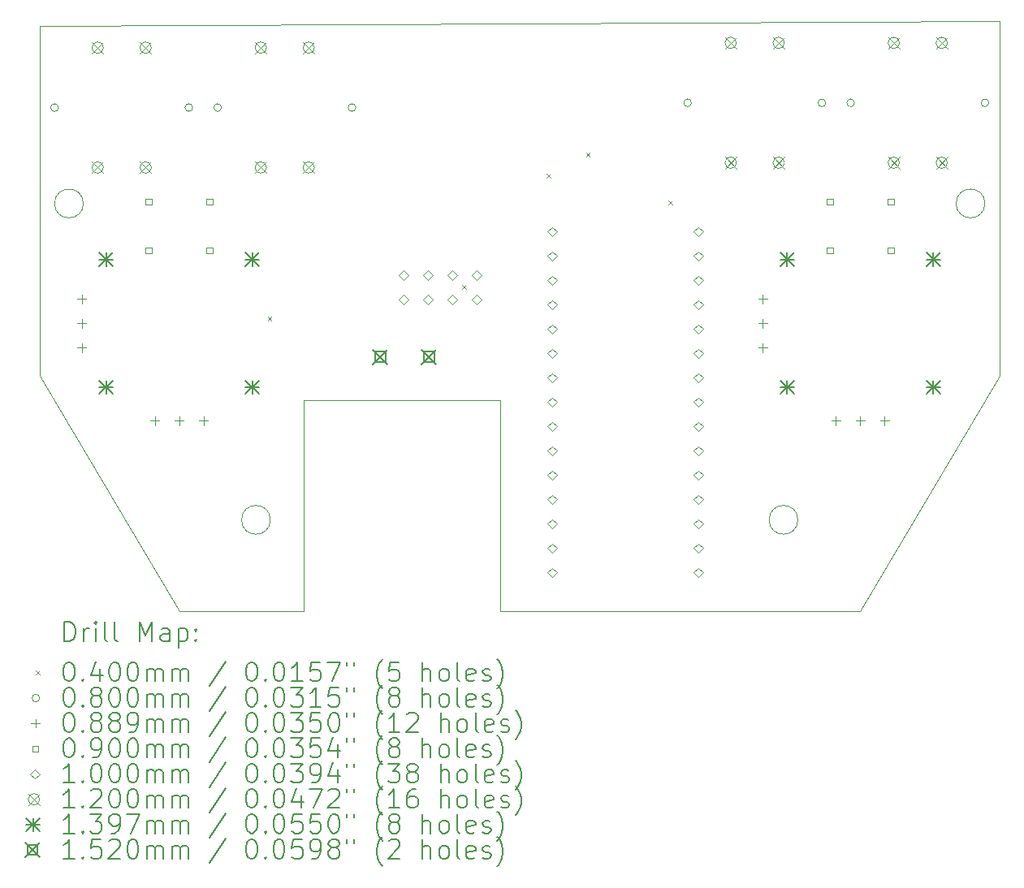
<source format=gbr>
%TF.GenerationSoftware,KiCad,Pcbnew,(6.0.9)*%
%TF.CreationDate,2023-02-05T16:32:44+11:00*%
%TF.ProjectId,RemoteController001,52656d6f-7465-4436-9f6e-74726f6c6c65,rev?*%
%TF.SameCoordinates,Original*%
%TF.FileFunction,Drillmap*%
%TF.FilePolarity,Positive*%
%FSLAX45Y45*%
G04 Gerber Fmt 4.5, Leading zero omitted, Abs format (unit mm)*
G04 Created by KiCad (PCBNEW (6.0.9)) date 2023-02-05 16:32:44*
%MOMM*%
%LPD*%
G01*
G04 APERTURE LIST*
%ADD10C,0.100000*%
%ADD11C,0.200000*%
%ADD12C,0.040000*%
%ADD13C,0.080000*%
%ADD14C,0.088900*%
%ADD15C,0.090000*%
%ADD16C,0.120000*%
%ADD17C,0.139700*%
%ADD18C,0.152000*%
G04 APERTURE END LIST*
D10*
X21000000Y-8900000D02*
G75*
G03*
X21000000Y-8900000I-150000J0D01*
G01*
X11600000Y-8900000D02*
G75*
G03*
X11600000Y-8900000I-150000J0D01*
G01*
X13550000Y-12200000D02*
G75*
G03*
X13550000Y-12200000I-150000J0D01*
G01*
X19050000Y-12200000D02*
G75*
G03*
X19050000Y-12200000I-150000J0D01*
G01*
X11150000Y-7050000D02*
X11150000Y-10700000D01*
X11150000Y-10700000D02*
X12600000Y-13150000D01*
X15950000Y-13150000D02*
X19700000Y-13150000D01*
X12600000Y-13150000D02*
X13900000Y-13150000D01*
X11150000Y-7050000D02*
X21150000Y-7000000D01*
X13900000Y-10950000D02*
X15950000Y-10950000D01*
X15950000Y-10950000D02*
X15950000Y-13150000D01*
X19700000Y-13150000D02*
X21150000Y-10700000D01*
X21150000Y-7000000D02*
X21150000Y-10700000D01*
X13900000Y-13150000D02*
X13900000Y-10950000D01*
D11*
D12*
X13521438Y-10078562D02*
X13561438Y-10118562D01*
X13561438Y-10078562D02*
X13521438Y-10118562D01*
X15550000Y-9750000D02*
X15590000Y-9790000D01*
X15590000Y-9750000D02*
X15550000Y-9790000D01*
X16430000Y-8590000D02*
X16470000Y-8630000D01*
X16470000Y-8590000D02*
X16430000Y-8630000D01*
X16840000Y-8370000D02*
X16880000Y-8410000D01*
X16880000Y-8370000D02*
X16840000Y-8410000D01*
X17700000Y-8870000D02*
X17740000Y-8910000D01*
X17740000Y-8870000D02*
X17700000Y-8910000D01*
D13*
X11340000Y-7900000D02*
G75*
G03*
X11340000Y-7900000I-40000J0D01*
G01*
X12740000Y-7900000D02*
G75*
G03*
X12740000Y-7900000I-40000J0D01*
G01*
X13040000Y-7900000D02*
G75*
G03*
X13040000Y-7900000I-40000J0D01*
G01*
X14440000Y-7900000D02*
G75*
G03*
X14440000Y-7900000I-40000J0D01*
G01*
X17940000Y-7850000D02*
G75*
G03*
X17940000Y-7850000I-40000J0D01*
G01*
X19340000Y-7850000D02*
G75*
G03*
X19340000Y-7850000I-40000J0D01*
G01*
X19640000Y-7850000D02*
G75*
G03*
X19640000Y-7850000I-40000J0D01*
G01*
X21040000Y-7850000D02*
G75*
G03*
X21040000Y-7850000I-40000J0D01*
G01*
D14*
X11584000Y-9851550D02*
X11584000Y-9940450D01*
X11539550Y-9896000D02*
X11628450Y-9896000D01*
X11584000Y-10105550D02*
X11584000Y-10194450D01*
X11539550Y-10150000D02*
X11628450Y-10150000D01*
X11584000Y-10359550D02*
X11584000Y-10448450D01*
X11539550Y-10404000D02*
X11628450Y-10404000D01*
X12346000Y-11121550D02*
X12346000Y-11210450D01*
X12301550Y-11166000D02*
X12390450Y-11166000D01*
X12600000Y-11121550D02*
X12600000Y-11210450D01*
X12555550Y-11166000D02*
X12644450Y-11166000D01*
X12854000Y-11121550D02*
X12854000Y-11210450D01*
X12809550Y-11166000D02*
X12898450Y-11166000D01*
X18684000Y-9851550D02*
X18684000Y-9940450D01*
X18639550Y-9896000D02*
X18728450Y-9896000D01*
X18684000Y-10105550D02*
X18684000Y-10194450D01*
X18639550Y-10150000D02*
X18728450Y-10150000D01*
X18684000Y-10359550D02*
X18684000Y-10448450D01*
X18639550Y-10404000D02*
X18728450Y-10404000D01*
X19446000Y-11121550D02*
X19446000Y-11210450D01*
X19401550Y-11166000D02*
X19490450Y-11166000D01*
X19700000Y-11121550D02*
X19700000Y-11210450D01*
X19655550Y-11166000D02*
X19744450Y-11166000D01*
X19954000Y-11121550D02*
X19954000Y-11210450D01*
X19909550Y-11166000D02*
X19998450Y-11166000D01*
D15*
X12314320Y-8911820D02*
X12314320Y-8848180D01*
X12250680Y-8848180D01*
X12250680Y-8911820D01*
X12314320Y-8911820D01*
X12314320Y-9419820D02*
X12314320Y-9356180D01*
X12250680Y-9356180D01*
X12250680Y-9419820D01*
X12314320Y-9419820D01*
X12949320Y-8911820D02*
X12949320Y-8848180D01*
X12885680Y-8848180D01*
X12885680Y-8911820D01*
X12949320Y-8911820D01*
X12949320Y-9419820D02*
X12949320Y-9356180D01*
X12885680Y-9356180D01*
X12885680Y-9419820D01*
X12949320Y-9419820D01*
X19414320Y-8911820D02*
X19414320Y-8848180D01*
X19350680Y-8848180D01*
X19350680Y-8911820D01*
X19414320Y-8911820D01*
X19414320Y-9419820D02*
X19414320Y-9356180D01*
X19350680Y-9356180D01*
X19350680Y-9419820D01*
X19414320Y-9419820D01*
X20049320Y-8911820D02*
X20049320Y-8848180D01*
X19985680Y-8848180D01*
X19985680Y-8911820D01*
X20049320Y-8911820D01*
X20049320Y-9419820D02*
X20049320Y-9356180D01*
X19985680Y-9356180D01*
X19985680Y-9419820D01*
X20049320Y-9419820D01*
D10*
X14937500Y-9696000D02*
X14987500Y-9646000D01*
X14937500Y-9596000D01*
X14887500Y-9646000D01*
X14937500Y-9696000D01*
X14937500Y-9950000D02*
X14987500Y-9900000D01*
X14937500Y-9850000D01*
X14887500Y-9900000D01*
X14937500Y-9950000D01*
X15191500Y-9696000D02*
X15241500Y-9646000D01*
X15191500Y-9596000D01*
X15141500Y-9646000D01*
X15191500Y-9696000D01*
X15191500Y-9950000D02*
X15241500Y-9900000D01*
X15191500Y-9850000D01*
X15141500Y-9900000D01*
X15191500Y-9950000D01*
X15445500Y-9696000D02*
X15495500Y-9646000D01*
X15445500Y-9596000D01*
X15395500Y-9646000D01*
X15445500Y-9696000D01*
X15445500Y-9950000D02*
X15495500Y-9900000D01*
X15445500Y-9850000D01*
X15395500Y-9900000D01*
X15445500Y-9950000D01*
X15699500Y-9696000D02*
X15749500Y-9646000D01*
X15699500Y-9596000D01*
X15649500Y-9646000D01*
X15699500Y-9696000D01*
X15699500Y-9950000D02*
X15749500Y-9900000D01*
X15699500Y-9850000D01*
X15649500Y-9900000D01*
X15699500Y-9950000D01*
X16489000Y-9245000D02*
X16539000Y-9195000D01*
X16489000Y-9145000D01*
X16439000Y-9195000D01*
X16489000Y-9245000D01*
X16489000Y-9499000D02*
X16539000Y-9449000D01*
X16489000Y-9399000D01*
X16439000Y-9449000D01*
X16489000Y-9499000D01*
X16489000Y-9753000D02*
X16539000Y-9703000D01*
X16489000Y-9653000D01*
X16439000Y-9703000D01*
X16489000Y-9753000D01*
X16489000Y-10007000D02*
X16539000Y-9957000D01*
X16489000Y-9907000D01*
X16439000Y-9957000D01*
X16489000Y-10007000D01*
X16489000Y-10261000D02*
X16539000Y-10211000D01*
X16489000Y-10161000D01*
X16439000Y-10211000D01*
X16489000Y-10261000D01*
X16489000Y-10515000D02*
X16539000Y-10465000D01*
X16489000Y-10415000D01*
X16439000Y-10465000D01*
X16489000Y-10515000D01*
X16489000Y-10769000D02*
X16539000Y-10719000D01*
X16489000Y-10669000D01*
X16439000Y-10719000D01*
X16489000Y-10769000D01*
X16489000Y-11023000D02*
X16539000Y-10973000D01*
X16489000Y-10923000D01*
X16439000Y-10973000D01*
X16489000Y-11023000D01*
X16489000Y-11277000D02*
X16539000Y-11227000D01*
X16489000Y-11177000D01*
X16439000Y-11227000D01*
X16489000Y-11277000D01*
X16489000Y-11531000D02*
X16539000Y-11481000D01*
X16489000Y-11431000D01*
X16439000Y-11481000D01*
X16489000Y-11531000D01*
X16489000Y-11785000D02*
X16539000Y-11735000D01*
X16489000Y-11685000D01*
X16439000Y-11735000D01*
X16489000Y-11785000D01*
X16489000Y-12039000D02*
X16539000Y-11989000D01*
X16489000Y-11939000D01*
X16439000Y-11989000D01*
X16489000Y-12039000D01*
X16489000Y-12293000D02*
X16539000Y-12243000D01*
X16489000Y-12193000D01*
X16439000Y-12243000D01*
X16489000Y-12293000D01*
X16489000Y-12547000D02*
X16539000Y-12497000D01*
X16489000Y-12447000D01*
X16439000Y-12497000D01*
X16489000Y-12547000D01*
X16489000Y-12801000D02*
X16539000Y-12751000D01*
X16489000Y-12701000D01*
X16439000Y-12751000D01*
X16489000Y-12801000D01*
X18013000Y-9245000D02*
X18063000Y-9195000D01*
X18013000Y-9145000D01*
X17963000Y-9195000D01*
X18013000Y-9245000D01*
X18013000Y-9499000D02*
X18063000Y-9449000D01*
X18013000Y-9399000D01*
X17963000Y-9449000D01*
X18013000Y-9499000D01*
X18013000Y-9753000D02*
X18063000Y-9703000D01*
X18013000Y-9653000D01*
X17963000Y-9703000D01*
X18013000Y-9753000D01*
X18013000Y-10007000D02*
X18063000Y-9957000D01*
X18013000Y-9907000D01*
X17963000Y-9957000D01*
X18013000Y-10007000D01*
X18013000Y-10261000D02*
X18063000Y-10211000D01*
X18013000Y-10161000D01*
X17963000Y-10211000D01*
X18013000Y-10261000D01*
X18013000Y-10515000D02*
X18063000Y-10465000D01*
X18013000Y-10415000D01*
X17963000Y-10465000D01*
X18013000Y-10515000D01*
X18013000Y-10769000D02*
X18063000Y-10719000D01*
X18013000Y-10669000D01*
X17963000Y-10719000D01*
X18013000Y-10769000D01*
X18013000Y-11023000D02*
X18063000Y-10973000D01*
X18013000Y-10923000D01*
X17963000Y-10973000D01*
X18013000Y-11023000D01*
X18013000Y-11277000D02*
X18063000Y-11227000D01*
X18013000Y-11177000D01*
X17963000Y-11227000D01*
X18013000Y-11277000D01*
X18013000Y-11531000D02*
X18063000Y-11481000D01*
X18013000Y-11431000D01*
X17963000Y-11481000D01*
X18013000Y-11531000D01*
X18013000Y-11785000D02*
X18063000Y-11735000D01*
X18013000Y-11685000D01*
X17963000Y-11735000D01*
X18013000Y-11785000D01*
X18013000Y-12039000D02*
X18063000Y-11989000D01*
X18013000Y-11939000D01*
X17963000Y-11989000D01*
X18013000Y-12039000D01*
X18013000Y-12293000D02*
X18063000Y-12243000D01*
X18013000Y-12193000D01*
X17963000Y-12243000D01*
X18013000Y-12293000D01*
X18013000Y-12547000D02*
X18063000Y-12497000D01*
X18013000Y-12447000D01*
X17963000Y-12497000D01*
X18013000Y-12547000D01*
X18013000Y-12801000D02*
X18063000Y-12751000D01*
X18013000Y-12701000D01*
X17963000Y-12751000D01*
X18013000Y-12801000D01*
D16*
X11690000Y-7215000D02*
X11810000Y-7335000D01*
X11810000Y-7215000D02*
X11690000Y-7335000D01*
X11810000Y-7275000D02*
G75*
G03*
X11810000Y-7275000I-60000J0D01*
G01*
X11690000Y-8465000D02*
X11810000Y-8585000D01*
X11810000Y-8465000D02*
X11690000Y-8585000D01*
X11810000Y-8525000D02*
G75*
G03*
X11810000Y-8525000I-60000J0D01*
G01*
X12190000Y-7215000D02*
X12310000Y-7335000D01*
X12310000Y-7215000D02*
X12190000Y-7335000D01*
X12310000Y-7275000D02*
G75*
G03*
X12310000Y-7275000I-60000J0D01*
G01*
X12190000Y-8465000D02*
X12310000Y-8585000D01*
X12310000Y-8465000D02*
X12190000Y-8585000D01*
X12310000Y-8525000D02*
G75*
G03*
X12310000Y-8525000I-60000J0D01*
G01*
X13390000Y-7215000D02*
X13510000Y-7335000D01*
X13510000Y-7215000D02*
X13390000Y-7335000D01*
X13510000Y-7275000D02*
G75*
G03*
X13510000Y-7275000I-60000J0D01*
G01*
X13390000Y-8465000D02*
X13510000Y-8585000D01*
X13510000Y-8465000D02*
X13390000Y-8585000D01*
X13510000Y-8525000D02*
G75*
G03*
X13510000Y-8525000I-60000J0D01*
G01*
X13890000Y-7215000D02*
X14010000Y-7335000D01*
X14010000Y-7215000D02*
X13890000Y-7335000D01*
X14010000Y-7275000D02*
G75*
G03*
X14010000Y-7275000I-60000J0D01*
G01*
X13890000Y-8465000D02*
X14010000Y-8585000D01*
X14010000Y-8465000D02*
X13890000Y-8585000D01*
X14010000Y-8525000D02*
G75*
G03*
X14010000Y-8525000I-60000J0D01*
G01*
X18290000Y-7165000D02*
X18410000Y-7285000D01*
X18410000Y-7165000D02*
X18290000Y-7285000D01*
X18410000Y-7225000D02*
G75*
G03*
X18410000Y-7225000I-60000J0D01*
G01*
X18290000Y-8415000D02*
X18410000Y-8535000D01*
X18410000Y-8415000D02*
X18290000Y-8535000D01*
X18410000Y-8475000D02*
G75*
G03*
X18410000Y-8475000I-60000J0D01*
G01*
X18790000Y-7165000D02*
X18910000Y-7285000D01*
X18910000Y-7165000D02*
X18790000Y-7285000D01*
X18910000Y-7225000D02*
G75*
G03*
X18910000Y-7225000I-60000J0D01*
G01*
X18790000Y-8415000D02*
X18910000Y-8535000D01*
X18910000Y-8415000D02*
X18790000Y-8535000D01*
X18910000Y-8475000D02*
G75*
G03*
X18910000Y-8475000I-60000J0D01*
G01*
X19990000Y-7165000D02*
X20110000Y-7285000D01*
X20110000Y-7165000D02*
X19990000Y-7285000D01*
X20110000Y-7225000D02*
G75*
G03*
X20110000Y-7225000I-60000J0D01*
G01*
X19990000Y-8415000D02*
X20110000Y-8535000D01*
X20110000Y-8415000D02*
X19990000Y-8535000D01*
X20110000Y-8475000D02*
G75*
G03*
X20110000Y-8475000I-60000J0D01*
G01*
X20490000Y-7165000D02*
X20610000Y-7285000D01*
X20610000Y-7165000D02*
X20490000Y-7285000D01*
X20610000Y-7225000D02*
G75*
G03*
X20610000Y-7225000I-60000J0D01*
G01*
X20490000Y-8415000D02*
X20610000Y-8535000D01*
X20610000Y-8415000D02*
X20490000Y-8535000D01*
X20610000Y-8475000D02*
G75*
G03*
X20610000Y-8475000I-60000J0D01*
G01*
D17*
X11768150Y-9413400D02*
X11907850Y-9553100D01*
X11907850Y-9413400D02*
X11768150Y-9553100D01*
X11838000Y-9413400D02*
X11838000Y-9553100D01*
X11768150Y-9483250D02*
X11907850Y-9483250D01*
X11768150Y-10746900D02*
X11907850Y-10886600D01*
X11907850Y-10746900D02*
X11768150Y-10886600D01*
X11838000Y-10746900D02*
X11838000Y-10886600D01*
X11768150Y-10816750D02*
X11907850Y-10816750D01*
X13292150Y-9413400D02*
X13431850Y-9553100D01*
X13431850Y-9413400D02*
X13292150Y-9553100D01*
X13362000Y-9413400D02*
X13362000Y-9553100D01*
X13292150Y-9483250D02*
X13431850Y-9483250D01*
X13292150Y-10746900D02*
X13431850Y-10886600D01*
X13431850Y-10746900D02*
X13292150Y-10886600D01*
X13362000Y-10746900D02*
X13362000Y-10886600D01*
X13292150Y-10816750D02*
X13431850Y-10816750D01*
X18868150Y-9413400D02*
X19007850Y-9553100D01*
X19007850Y-9413400D02*
X18868150Y-9553100D01*
X18938000Y-9413400D02*
X18938000Y-9553100D01*
X18868150Y-9483250D02*
X19007850Y-9483250D01*
X18868150Y-10746900D02*
X19007850Y-10886600D01*
X19007850Y-10746900D02*
X18868150Y-10886600D01*
X18938000Y-10746900D02*
X18938000Y-10886600D01*
X18868150Y-10816750D02*
X19007850Y-10816750D01*
X20392150Y-9413400D02*
X20531850Y-9553100D01*
X20531850Y-9413400D02*
X20392150Y-9553100D01*
X20462000Y-9413400D02*
X20462000Y-9553100D01*
X20392150Y-9483250D02*
X20531850Y-9483250D01*
X20392150Y-10746900D02*
X20531850Y-10886600D01*
X20531850Y-10746900D02*
X20392150Y-10886600D01*
X20462000Y-10746900D02*
X20462000Y-10886600D01*
X20392150Y-10816750D02*
X20531850Y-10816750D01*
D18*
X14620000Y-10424000D02*
X14772000Y-10576000D01*
X14772000Y-10424000D02*
X14620000Y-10576000D01*
X14749741Y-10553741D02*
X14749741Y-10446259D01*
X14642259Y-10446259D01*
X14642259Y-10553741D01*
X14749741Y-10553741D01*
X15128000Y-10424000D02*
X15280000Y-10576000D01*
X15280000Y-10424000D02*
X15128000Y-10576000D01*
X15257741Y-10553741D02*
X15257741Y-10446259D01*
X15150259Y-10446259D01*
X15150259Y-10553741D01*
X15257741Y-10553741D01*
D11*
X11402619Y-13465476D02*
X11402619Y-13265476D01*
X11450238Y-13265476D01*
X11478809Y-13275000D01*
X11497857Y-13294048D01*
X11507381Y-13313095D01*
X11516905Y-13351190D01*
X11516905Y-13379762D01*
X11507381Y-13417857D01*
X11497857Y-13436905D01*
X11478809Y-13455952D01*
X11450238Y-13465476D01*
X11402619Y-13465476D01*
X11602619Y-13465476D02*
X11602619Y-13332143D01*
X11602619Y-13370238D02*
X11612143Y-13351190D01*
X11621667Y-13341667D01*
X11640714Y-13332143D01*
X11659762Y-13332143D01*
X11726428Y-13465476D02*
X11726428Y-13332143D01*
X11726428Y-13265476D02*
X11716905Y-13275000D01*
X11726428Y-13284524D01*
X11735952Y-13275000D01*
X11726428Y-13265476D01*
X11726428Y-13284524D01*
X11850238Y-13465476D02*
X11831190Y-13455952D01*
X11821667Y-13436905D01*
X11821667Y-13265476D01*
X11955000Y-13465476D02*
X11935952Y-13455952D01*
X11926428Y-13436905D01*
X11926428Y-13265476D01*
X12183571Y-13465476D02*
X12183571Y-13265476D01*
X12250238Y-13408333D01*
X12316905Y-13265476D01*
X12316905Y-13465476D01*
X12497857Y-13465476D02*
X12497857Y-13360714D01*
X12488333Y-13341667D01*
X12469286Y-13332143D01*
X12431190Y-13332143D01*
X12412143Y-13341667D01*
X12497857Y-13455952D02*
X12478809Y-13465476D01*
X12431190Y-13465476D01*
X12412143Y-13455952D01*
X12402619Y-13436905D01*
X12402619Y-13417857D01*
X12412143Y-13398809D01*
X12431190Y-13389286D01*
X12478809Y-13389286D01*
X12497857Y-13379762D01*
X12593095Y-13332143D02*
X12593095Y-13532143D01*
X12593095Y-13341667D02*
X12612143Y-13332143D01*
X12650238Y-13332143D01*
X12669286Y-13341667D01*
X12678809Y-13351190D01*
X12688333Y-13370238D01*
X12688333Y-13427381D01*
X12678809Y-13446428D01*
X12669286Y-13455952D01*
X12650238Y-13465476D01*
X12612143Y-13465476D01*
X12593095Y-13455952D01*
X12774048Y-13446428D02*
X12783571Y-13455952D01*
X12774048Y-13465476D01*
X12764524Y-13455952D01*
X12774048Y-13446428D01*
X12774048Y-13465476D01*
X12774048Y-13341667D02*
X12783571Y-13351190D01*
X12774048Y-13360714D01*
X12764524Y-13351190D01*
X12774048Y-13341667D01*
X12774048Y-13360714D01*
D12*
X11105000Y-13775000D02*
X11145000Y-13815000D01*
X11145000Y-13775000D02*
X11105000Y-13815000D01*
D11*
X11440714Y-13685476D02*
X11459762Y-13685476D01*
X11478809Y-13695000D01*
X11488333Y-13704524D01*
X11497857Y-13723571D01*
X11507381Y-13761667D01*
X11507381Y-13809286D01*
X11497857Y-13847381D01*
X11488333Y-13866428D01*
X11478809Y-13875952D01*
X11459762Y-13885476D01*
X11440714Y-13885476D01*
X11421667Y-13875952D01*
X11412143Y-13866428D01*
X11402619Y-13847381D01*
X11393095Y-13809286D01*
X11393095Y-13761667D01*
X11402619Y-13723571D01*
X11412143Y-13704524D01*
X11421667Y-13695000D01*
X11440714Y-13685476D01*
X11593095Y-13866428D02*
X11602619Y-13875952D01*
X11593095Y-13885476D01*
X11583571Y-13875952D01*
X11593095Y-13866428D01*
X11593095Y-13885476D01*
X11774048Y-13752143D02*
X11774048Y-13885476D01*
X11726428Y-13675952D02*
X11678809Y-13818809D01*
X11802619Y-13818809D01*
X11916905Y-13685476D02*
X11935952Y-13685476D01*
X11955000Y-13695000D01*
X11964524Y-13704524D01*
X11974048Y-13723571D01*
X11983571Y-13761667D01*
X11983571Y-13809286D01*
X11974048Y-13847381D01*
X11964524Y-13866428D01*
X11955000Y-13875952D01*
X11935952Y-13885476D01*
X11916905Y-13885476D01*
X11897857Y-13875952D01*
X11888333Y-13866428D01*
X11878809Y-13847381D01*
X11869286Y-13809286D01*
X11869286Y-13761667D01*
X11878809Y-13723571D01*
X11888333Y-13704524D01*
X11897857Y-13695000D01*
X11916905Y-13685476D01*
X12107381Y-13685476D02*
X12126428Y-13685476D01*
X12145476Y-13695000D01*
X12155000Y-13704524D01*
X12164524Y-13723571D01*
X12174048Y-13761667D01*
X12174048Y-13809286D01*
X12164524Y-13847381D01*
X12155000Y-13866428D01*
X12145476Y-13875952D01*
X12126428Y-13885476D01*
X12107381Y-13885476D01*
X12088333Y-13875952D01*
X12078809Y-13866428D01*
X12069286Y-13847381D01*
X12059762Y-13809286D01*
X12059762Y-13761667D01*
X12069286Y-13723571D01*
X12078809Y-13704524D01*
X12088333Y-13695000D01*
X12107381Y-13685476D01*
X12259762Y-13885476D02*
X12259762Y-13752143D01*
X12259762Y-13771190D02*
X12269286Y-13761667D01*
X12288333Y-13752143D01*
X12316905Y-13752143D01*
X12335952Y-13761667D01*
X12345476Y-13780714D01*
X12345476Y-13885476D01*
X12345476Y-13780714D02*
X12355000Y-13761667D01*
X12374048Y-13752143D01*
X12402619Y-13752143D01*
X12421667Y-13761667D01*
X12431190Y-13780714D01*
X12431190Y-13885476D01*
X12526428Y-13885476D02*
X12526428Y-13752143D01*
X12526428Y-13771190D02*
X12535952Y-13761667D01*
X12555000Y-13752143D01*
X12583571Y-13752143D01*
X12602619Y-13761667D01*
X12612143Y-13780714D01*
X12612143Y-13885476D01*
X12612143Y-13780714D02*
X12621667Y-13761667D01*
X12640714Y-13752143D01*
X12669286Y-13752143D01*
X12688333Y-13761667D01*
X12697857Y-13780714D01*
X12697857Y-13885476D01*
X13088333Y-13675952D02*
X12916905Y-13933095D01*
X13345476Y-13685476D02*
X13364524Y-13685476D01*
X13383571Y-13695000D01*
X13393095Y-13704524D01*
X13402619Y-13723571D01*
X13412143Y-13761667D01*
X13412143Y-13809286D01*
X13402619Y-13847381D01*
X13393095Y-13866428D01*
X13383571Y-13875952D01*
X13364524Y-13885476D01*
X13345476Y-13885476D01*
X13326428Y-13875952D01*
X13316905Y-13866428D01*
X13307381Y-13847381D01*
X13297857Y-13809286D01*
X13297857Y-13761667D01*
X13307381Y-13723571D01*
X13316905Y-13704524D01*
X13326428Y-13695000D01*
X13345476Y-13685476D01*
X13497857Y-13866428D02*
X13507381Y-13875952D01*
X13497857Y-13885476D01*
X13488333Y-13875952D01*
X13497857Y-13866428D01*
X13497857Y-13885476D01*
X13631190Y-13685476D02*
X13650238Y-13685476D01*
X13669286Y-13695000D01*
X13678809Y-13704524D01*
X13688333Y-13723571D01*
X13697857Y-13761667D01*
X13697857Y-13809286D01*
X13688333Y-13847381D01*
X13678809Y-13866428D01*
X13669286Y-13875952D01*
X13650238Y-13885476D01*
X13631190Y-13885476D01*
X13612143Y-13875952D01*
X13602619Y-13866428D01*
X13593095Y-13847381D01*
X13583571Y-13809286D01*
X13583571Y-13761667D01*
X13593095Y-13723571D01*
X13602619Y-13704524D01*
X13612143Y-13695000D01*
X13631190Y-13685476D01*
X13888333Y-13885476D02*
X13774048Y-13885476D01*
X13831190Y-13885476D02*
X13831190Y-13685476D01*
X13812143Y-13714048D01*
X13793095Y-13733095D01*
X13774048Y-13742619D01*
X14069286Y-13685476D02*
X13974048Y-13685476D01*
X13964524Y-13780714D01*
X13974048Y-13771190D01*
X13993095Y-13761667D01*
X14040714Y-13761667D01*
X14059762Y-13771190D01*
X14069286Y-13780714D01*
X14078809Y-13799762D01*
X14078809Y-13847381D01*
X14069286Y-13866428D01*
X14059762Y-13875952D01*
X14040714Y-13885476D01*
X13993095Y-13885476D01*
X13974048Y-13875952D01*
X13964524Y-13866428D01*
X14145476Y-13685476D02*
X14278809Y-13685476D01*
X14193095Y-13885476D01*
X14345476Y-13685476D02*
X14345476Y-13723571D01*
X14421667Y-13685476D02*
X14421667Y-13723571D01*
X14716905Y-13961667D02*
X14707381Y-13952143D01*
X14688333Y-13923571D01*
X14678809Y-13904524D01*
X14669286Y-13875952D01*
X14659762Y-13828333D01*
X14659762Y-13790238D01*
X14669286Y-13742619D01*
X14678809Y-13714048D01*
X14688333Y-13695000D01*
X14707381Y-13666428D01*
X14716905Y-13656905D01*
X14888333Y-13685476D02*
X14793095Y-13685476D01*
X14783571Y-13780714D01*
X14793095Y-13771190D01*
X14812143Y-13761667D01*
X14859762Y-13761667D01*
X14878809Y-13771190D01*
X14888333Y-13780714D01*
X14897857Y-13799762D01*
X14897857Y-13847381D01*
X14888333Y-13866428D01*
X14878809Y-13875952D01*
X14859762Y-13885476D01*
X14812143Y-13885476D01*
X14793095Y-13875952D01*
X14783571Y-13866428D01*
X15135952Y-13885476D02*
X15135952Y-13685476D01*
X15221667Y-13885476D02*
X15221667Y-13780714D01*
X15212143Y-13761667D01*
X15193095Y-13752143D01*
X15164524Y-13752143D01*
X15145476Y-13761667D01*
X15135952Y-13771190D01*
X15345476Y-13885476D02*
X15326428Y-13875952D01*
X15316905Y-13866428D01*
X15307381Y-13847381D01*
X15307381Y-13790238D01*
X15316905Y-13771190D01*
X15326428Y-13761667D01*
X15345476Y-13752143D01*
X15374048Y-13752143D01*
X15393095Y-13761667D01*
X15402619Y-13771190D01*
X15412143Y-13790238D01*
X15412143Y-13847381D01*
X15402619Y-13866428D01*
X15393095Y-13875952D01*
X15374048Y-13885476D01*
X15345476Y-13885476D01*
X15526428Y-13885476D02*
X15507381Y-13875952D01*
X15497857Y-13856905D01*
X15497857Y-13685476D01*
X15678809Y-13875952D02*
X15659762Y-13885476D01*
X15621667Y-13885476D01*
X15602619Y-13875952D01*
X15593095Y-13856905D01*
X15593095Y-13780714D01*
X15602619Y-13761667D01*
X15621667Y-13752143D01*
X15659762Y-13752143D01*
X15678809Y-13761667D01*
X15688333Y-13780714D01*
X15688333Y-13799762D01*
X15593095Y-13818809D01*
X15764524Y-13875952D02*
X15783571Y-13885476D01*
X15821667Y-13885476D01*
X15840714Y-13875952D01*
X15850238Y-13856905D01*
X15850238Y-13847381D01*
X15840714Y-13828333D01*
X15821667Y-13818809D01*
X15793095Y-13818809D01*
X15774048Y-13809286D01*
X15764524Y-13790238D01*
X15764524Y-13780714D01*
X15774048Y-13761667D01*
X15793095Y-13752143D01*
X15821667Y-13752143D01*
X15840714Y-13761667D01*
X15916905Y-13961667D02*
X15926428Y-13952143D01*
X15945476Y-13923571D01*
X15955000Y-13904524D01*
X15964524Y-13875952D01*
X15974048Y-13828333D01*
X15974048Y-13790238D01*
X15964524Y-13742619D01*
X15955000Y-13714048D01*
X15945476Y-13695000D01*
X15926428Y-13666428D01*
X15916905Y-13656905D01*
D13*
X11145000Y-14059000D02*
G75*
G03*
X11145000Y-14059000I-40000J0D01*
G01*
D11*
X11440714Y-13949476D02*
X11459762Y-13949476D01*
X11478809Y-13959000D01*
X11488333Y-13968524D01*
X11497857Y-13987571D01*
X11507381Y-14025667D01*
X11507381Y-14073286D01*
X11497857Y-14111381D01*
X11488333Y-14130428D01*
X11478809Y-14139952D01*
X11459762Y-14149476D01*
X11440714Y-14149476D01*
X11421667Y-14139952D01*
X11412143Y-14130428D01*
X11402619Y-14111381D01*
X11393095Y-14073286D01*
X11393095Y-14025667D01*
X11402619Y-13987571D01*
X11412143Y-13968524D01*
X11421667Y-13959000D01*
X11440714Y-13949476D01*
X11593095Y-14130428D02*
X11602619Y-14139952D01*
X11593095Y-14149476D01*
X11583571Y-14139952D01*
X11593095Y-14130428D01*
X11593095Y-14149476D01*
X11716905Y-14035190D02*
X11697857Y-14025667D01*
X11688333Y-14016143D01*
X11678809Y-13997095D01*
X11678809Y-13987571D01*
X11688333Y-13968524D01*
X11697857Y-13959000D01*
X11716905Y-13949476D01*
X11755000Y-13949476D01*
X11774048Y-13959000D01*
X11783571Y-13968524D01*
X11793095Y-13987571D01*
X11793095Y-13997095D01*
X11783571Y-14016143D01*
X11774048Y-14025667D01*
X11755000Y-14035190D01*
X11716905Y-14035190D01*
X11697857Y-14044714D01*
X11688333Y-14054238D01*
X11678809Y-14073286D01*
X11678809Y-14111381D01*
X11688333Y-14130428D01*
X11697857Y-14139952D01*
X11716905Y-14149476D01*
X11755000Y-14149476D01*
X11774048Y-14139952D01*
X11783571Y-14130428D01*
X11793095Y-14111381D01*
X11793095Y-14073286D01*
X11783571Y-14054238D01*
X11774048Y-14044714D01*
X11755000Y-14035190D01*
X11916905Y-13949476D02*
X11935952Y-13949476D01*
X11955000Y-13959000D01*
X11964524Y-13968524D01*
X11974048Y-13987571D01*
X11983571Y-14025667D01*
X11983571Y-14073286D01*
X11974048Y-14111381D01*
X11964524Y-14130428D01*
X11955000Y-14139952D01*
X11935952Y-14149476D01*
X11916905Y-14149476D01*
X11897857Y-14139952D01*
X11888333Y-14130428D01*
X11878809Y-14111381D01*
X11869286Y-14073286D01*
X11869286Y-14025667D01*
X11878809Y-13987571D01*
X11888333Y-13968524D01*
X11897857Y-13959000D01*
X11916905Y-13949476D01*
X12107381Y-13949476D02*
X12126428Y-13949476D01*
X12145476Y-13959000D01*
X12155000Y-13968524D01*
X12164524Y-13987571D01*
X12174048Y-14025667D01*
X12174048Y-14073286D01*
X12164524Y-14111381D01*
X12155000Y-14130428D01*
X12145476Y-14139952D01*
X12126428Y-14149476D01*
X12107381Y-14149476D01*
X12088333Y-14139952D01*
X12078809Y-14130428D01*
X12069286Y-14111381D01*
X12059762Y-14073286D01*
X12059762Y-14025667D01*
X12069286Y-13987571D01*
X12078809Y-13968524D01*
X12088333Y-13959000D01*
X12107381Y-13949476D01*
X12259762Y-14149476D02*
X12259762Y-14016143D01*
X12259762Y-14035190D02*
X12269286Y-14025667D01*
X12288333Y-14016143D01*
X12316905Y-14016143D01*
X12335952Y-14025667D01*
X12345476Y-14044714D01*
X12345476Y-14149476D01*
X12345476Y-14044714D02*
X12355000Y-14025667D01*
X12374048Y-14016143D01*
X12402619Y-14016143D01*
X12421667Y-14025667D01*
X12431190Y-14044714D01*
X12431190Y-14149476D01*
X12526428Y-14149476D02*
X12526428Y-14016143D01*
X12526428Y-14035190D02*
X12535952Y-14025667D01*
X12555000Y-14016143D01*
X12583571Y-14016143D01*
X12602619Y-14025667D01*
X12612143Y-14044714D01*
X12612143Y-14149476D01*
X12612143Y-14044714D02*
X12621667Y-14025667D01*
X12640714Y-14016143D01*
X12669286Y-14016143D01*
X12688333Y-14025667D01*
X12697857Y-14044714D01*
X12697857Y-14149476D01*
X13088333Y-13939952D02*
X12916905Y-14197095D01*
X13345476Y-13949476D02*
X13364524Y-13949476D01*
X13383571Y-13959000D01*
X13393095Y-13968524D01*
X13402619Y-13987571D01*
X13412143Y-14025667D01*
X13412143Y-14073286D01*
X13402619Y-14111381D01*
X13393095Y-14130428D01*
X13383571Y-14139952D01*
X13364524Y-14149476D01*
X13345476Y-14149476D01*
X13326428Y-14139952D01*
X13316905Y-14130428D01*
X13307381Y-14111381D01*
X13297857Y-14073286D01*
X13297857Y-14025667D01*
X13307381Y-13987571D01*
X13316905Y-13968524D01*
X13326428Y-13959000D01*
X13345476Y-13949476D01*
X13497857Y-14130428D02*
X13507381Y-14139952D01*
X13497857Y-14149476D01*
X13488333Y-14139952D01*
X13497857Y-14130428D01*
X13497857Y-14149476D01*
X13631190Y-13949476D02*
X13650238Y-13949476D01*
X13669286Y-13959000D01*
X13678809Y-13968524D01*
X13688333Y-13987571D01*
X13697857Y-14025667D01*
X13697857Y-14073286D01*
X13688333Y-14111381D01*
X13678809Y-14130428D01*
X13669286Y-14139952D01*
X13650238Y-14149476D01*
X13631190Y-14149476D01*
X13612143Y-14139952D01*
X13602619Y-14130428D01*
X13593095Y-14111381D01*
X13583571Y-14073286D01*
X13583571Y-14025667D01*
X13593095Y-13987571D01*
X13602619Y-13968524D01*
X13612143Y-13959000D01*
X13631190Y-13949476D01*
X13764524Y-13949476D02*
X13888333Y-13949476D01*
X13821667Y-14025667D01*
X13850238Y-14025667D01*
X13869286Y-14035190D01*
X13878809Y-14044714D01*
X13888333Y-14063762D01*
X13888333Y-14111381D01*
X13878809Y-14130428D01*
X13869286Y-14139952D01*
X13850238Y-14149476D01*
X13793095Y-14149476D01*
X13774048Y-14139952D01*
X13764524Y-14130428D01*
X14078809Y-14149476D02*
X13964524Y-14149476D01*
X14021667Y-14149476D02*
X14021667Y-13949476D01*
X14002619Y-13978048D01*
X13983571Y-13997095D01*
X13964524Y-14006619D01*
X14259762Y-13949476D02*
X14164524Y-13949476D01*
X14155000Y-14044714D01*
X14164524Y-14035190D01*
X14183571Y-14025667D01*
X14231190Y-14025667D01*
X14250238Y-14035190D01*
X14259762Y-14044714D01*
X14269286Y-14063762D01*
X14269286Y-14111381D01*
X14259762Y-14130428D01*
X14250238Y-14139952D01*
X14231190Y-14149476D01*
X14183571Y-14149476D01*
X14164524Y-14139952D01*
X14155000Y-14130428D01*
X14345476Y-13949476D02*
X14345476Y-13987571D01*
X14421667Y-13949476D02*
X14421667Y-13987571D01*
X14716905Y-14225667D02*
X14707381Y-14216143D01*
X14688333Y-14187571D01*
X14678809Y-14168524D01*
X14669286Y-14139952D01*
X14659762Y-14092333D01*
X14659762Y-14054238D01*
X14669286Y-14006619D01*
X14678809Y-13978048D01*
X14688333Y-13959000D01*
X14707381Y-13930428D01*
X14716905Y-13920905D01*
X14821667Y-14035190D02*
X14802619Y-14025667D01*
X14793095Y-14016143D01*
X14783571Y-13997095D01*
X14783571Y-13987571D01*
X14793095Y-13968524D01*
X14802619Y-13959000D01*
X14821667Y-13949476D01*
X14859762Y-13949476D01*
X14878809Y-13959000D01*
X14888333Y-13968524D01*
X14897857Y-13987571D01*
X14897857Y-13997095D01*
X14888333Y-14016143D01*
X14878809Y-14025667D01*
X14859762Y-14035190D01*
X14821667Y-14035190D01*
X14802619Y-14044714D01*
X14793095Y-14054238D01*
X14783571Y-14073286D01*
X14783571Y-14111381D01*
X14793095Y-14130428D01*
X14802619Y-14139952D01*
X14821667Y-14149476D01*
X14859762Y-14149476D01*
X14878809Y-14139952D01*
X14888333Y-14130428D01*
X14897857Y-14111381D01*
X14897857Y-14073286D01*
X14888333Y-14054238D01*
X14878809Y-14044714D01*
X14859762Y-14035190D01*
X15135952Y-14149476D02*
X15135952Y-13949476D01*
X15221667Y-14149476D02*
X15221667Y-14044714D01*
X15212143Y-14025667D01*
X15193095Y-14016143D01*
X15164524Y-14016143D01*
X15145476Y-14025667D01*
X15135952Y-14035190D01*
X15345476Y-14149476D02*
X15326428Y-14139952D01*
X15316905Y-14130428D01*
X15307381Y-14111381D01*
X15307381Y-14054238D01*
X15316905Y-14035190D01*
X15326428Y-14025667D01*
X15345476Y-14016143D01*
X15374048Y-14016143D01*
X15393095Y-14025667D01*
X15402619Y-14035190D01*
X15412143Y-14054238D01*
X15412143Y-14111381D01*
X15402619Y-14130428D01*
X15393095Y-14139952D01*
X15374048Y-14149476D01*
X15345476Y-14149476D01*
X15526428Y-14149476D02*
X15507381Y-14139952D01*
X15497857Y-14120905D01*
X15497857Y-13949476D01*
X15678809Y-14139952D02*
X15659762Y-14149476D01*
X15621667Y-14149476D01*
X15602619Y-14139952D01*
X15593095Y-14120905D01*
X15593095Y-14044714D01*
X15602619Y-14025667D01*
X15621667Y-14016143D01*
X15659762Y-14016143D01*
X15678809Y-14025667D01*
X15688333Y-14044714D01*
X15688333Y-14063762D01*
X15593095Y-14082809D01*
X15764524Y-14139952D02*
X15783571Y-14149476D01*
X15821667Y-14149476D01*
X15840714Y-14139952D01*
X15850238Y-14120905D01*
X15850238Y-14111381D01*
X15840714Y-14092333D01*
X15821667Y-14082809D01*
X15793095Y-14082809D01*
X15774048Y-14073286D01*
X15764524Y-14054238D01*
X15764524Y-14044714D01*
X15774048Y-14025667D01*
X15793095Y-14016143D01*
X15821667Y-14016143D01*
X15840714Y-14025667D01*
X15916905Y-14225667D02*
X15926428Y-14216143D01*
X15945476Y-14187571D01*
X15955000Y-14168524D01*
X15964524Y-14139952D01*
X15974048Y-14092333D01*
X15974048Y-14054238D01*
X15964524Y-14006619D01*
X15955000Y-13978048D01*
X15945476Y-13959000D01*
X15926428Y-13930428D01*
X15916905Y-13920905D01*
D14*
X11100550Y-14278550D02*
X11100550Y-14367450D01*
X11056100Y-14323000D02*
X11145000Y-14323000D01*
D11*
X11440714Y-14213476D02*
X11459762Y-14213476D01*
X11478809Y-14223000D01*
X11488333Y-14232524D01*
X11497857Y-14251571D01*
X11507381Y-14289667D01*
X11507381Y-14337286D01*
X11497857Y-14375381D01*
X11488333Y-14394428D01*
X11478809Y-14403952D01*
X11459762Y-14413476D01*
X11440714Y-14413476D01*
X11421667Y-14403952D01*
X11412143Y-14394428D01*
X11402619Y-14375381D01*
X11393095Y-14337286D01*
X11393095Y-14289667D01*
X11402619Y-14251571D01*
X11412143Y-14232524D01*
X11421667Y-14223000D01*
X11440714Y-14213476D01*
X11593095Y-14394428D02*
X11602619Y-14403952D01*
X11593095Y-14413476D01*
X11583571Y-14403952D01*
X11593095Y-14394428D01*
X11593095Y-14413476D01*
X11716905Y-14299190D02*
X11697857Y-14289667D01*
X11688333Y-14280143D01*
X11678809Y-14261095D01*
X11678809Y-14251571D01*
X11688333Y-14232524D01*
X11697857Y-14223000D01*
X11716905Y-14213476D01*
X11755000Y-14213476D01*
X11774048Y-14223000D01*
X11783571Y-14232524D01*
X11793095Y-14251571D01*
X11793095Y-14261095D01*
X11783571Y-14280143D01*
X11774048Y-14289667D01*
X11755000Y-14299190D01*
X11716905Y-14299190D01*
X11697857Y-14308714D01*
X11688333Y-14318238D01*
X11678809Y-14337286D01*
X11678809Y-14375381D01*
X11688333Y-14394428D01*
X11697857Y-14403952D01*
X11716905Y-14413476D01*
X11755000Y-14413476D01*
X11774048Y-14403952D01*
X11783571Y-14394428D01*
X11793095Y-14375381D01*
X11793095Y-14337286D01*
X11783571Y-14318238D01*
X11774048Y-14308714D01*
X11755000Y-14299190D01*
X11907381Y-14299190D02*
X11888333Y-14289667D01*
X11878809Y-14280143D01*
X11869286Y-14261095D01*
X11869286Y-14251571D01*
X11878809Y-14232524D01*
X11888333Y-14223000D01*
X11907381Y-14213476D01*
X11945476Y-14213476D01*
X11964524Y-14223000D01*
X11974048Y-14232524D01*
X11983571Y-14251571D01*
X11983571Y-14261095D01*
X11974048Y-14280143D01*
X11964524Y-14289667D01*
X11945476Y-14299190D01*
X11907381Y-14299190D01*
X11888333Y-14308714D01*
X11878809Y-14318238D01*
X11869286Y-14337286D01*
X11869286Y-14375381D01*
X11878809Y-14394428D01*
X11888333Y-14403952D01*
X11907381Y-14413476D01*
X11945476Y-14413476D01*
X11964524Y-14403952D01*
X11974048Y-14394428D01*
X11983571Y-14375381D01*
X11983571Y-14337286D01*
X11974048Y-14318238D01*
X11964524Y-14308714D01*
X11945476Y-14299190D01*
X12078809Y-14413476D02*
X12116905Y-14413476D01*
X12135952Y-14403952D01*
X12145476Y-14394428D01*
X12164524Y-14365857D01*
X12174048Y-14327762D01*
X12174048Y-14251571D01*
X12164524Y-14232524D01*
X12155000Y-14223000D01*
X12135952Y-14213476D01*
X12097857Y-14213476D01*
X12078809Y-14223000D01*
X12069286Y-14232524D01*
X12059762Y-14251571D01*
X12059762Y-14299190D01*
X12069286Y-14318238D01*
X12078809Y-14327762D01*
X12097857Y-14337286D01*
X12135952Y-14337286D01*
X12155000Y-14327762D01*
X12164524Y-14318238D01*
X12174048Y-14299190D01*
X12259762Y-14413476D02*
X12259762Y-14280143D01*
X12259762Y-14299190D02*
X12269286Y-14289667D01*
X12288333Y-14280143D01*
X12316905Y-14280143D01*
X12335952Y-14289667D01*
X12345476Y-14308714D01*
X12345476Y-14413476D01*
X12345476Y-14308714D02*
X12355000Y-14289667D01*
X12374048Y-14280143D01*
X12402619Y-14280143D01*
X12421667Y-14289667D01*
X12431190Y-14308714D01*
X12431190Y-14413476D01*
X12526428Y-14413476D02*
X12526428Y-14280143D01*
X12526428Y-14299190D02*
X12535952Y-14289667D01*
X12555000Y-14280143D01*
X12583571Y-14280143D01*
X12602619Y-14289667D01*
X12612143Y-14308714D01*
X12612143Y-14413476D01*
X12612143Y-14308714D02*
X12621667Y-14289667D01*
X12640714Y-14280143D01*
X12669286Y-14280143D01*
X12688333Y-14289667D01*
X12697857Y-14308714D01*
X12697857Y-14413476D01*
X13088333Y-14203952D02*
X12916905Y-14461095D01*
X13345476Y-14213476D02*
X13364524Y-14213476D01*
X13383571Y-14223000D01*
X13393095Y-14232524D01*
X13402619Y-14251571D01*
X13412143Y-14289667D01*
X13412143Y-14337286D01*
X13402619Y-14375381D01*
X13393095Y-14394428D01*
X13383571Y-14403952D01*
X13364524Y-14413476D01*
X13345476Y-14413476D01*
X13326428Y-14403952D01*
X13316905Y-14394428D01*
X13307381Y-14375381D01*
X13297857Y-14337286D01*
X13297857Y-14289667D01*
X13307381Y-14251571D01*
X13316905Y-14232524D01*
X13326428Y-14223000D01*
X13345476Y-14213476D01*
X13497857Y-14394428D02*
X13507381Y-14403952D01*
X13497857Y-14413476D01*
X13488333Y-14403952D01*
X13497857Y-14394428D01*
X13497857Y-14413476D01*
X13631190Y-14213476D02*
X13650238Y-14213476D01*
X13669286Y-14223000D01*
X13678809Y-14232524D01*
X13688333Y-14251571D01*
X13697857Y-14289667D01*
X13697857Y-14337286D01*
X13688333Y-14375381D01*
X13678809Y-14394428D01*
X13669286Y-14403952D01*
X13650238Y-14413476D01*
X13631190Y-14413476D01*
X13612143Y-14403952D01*
X13602619Y-14394428D01*
X13593095Y-14375381D01*
X13583571Y-14337286D01*
X13583571Y-14289667D01*
X13593095Y-14251571D01*
X13602619Y-14232524D01*
X13612143Y-14223000D01*
X13631190Y-14213476D01*
X13764524Y-14213476D02*
X13888333Y-14213476D01*
X13821667Y-14289667D01*
X13850238Y-14289667D01*
X13869286Y-14299190D01*
X13878809Y-14308714D01*
X13888333Y-14327762D01*
X13888333Y-14375381D01*
X13878809Y-14394428D01*
X13869286Y-14403952D01*
X13850238Y-14413476D01*
X13793095Y-14413476D01*
X13774048Y-14403952D01*
X13764524Y-14394428D01*
X14069286Y-14213476D02*
X13974048Y-14213476D01*
X13964524Y-14308714D01*
X13974048Y-14299190D01*
X13993095Y-14289667D01*
X14040714Y-14289667D01*
X14059762Y-14299190D01*
X14069286Y-14308714D01*
X14078809Y-14327762D01*
X14078809Y-14375381D01*
X14069286Y-14394428D01*
X14059762Y-14403952D01*
X14040714Y-14413476D01*
X13993095Y-14413476D01*
X13974048Y-14403952D01*
X13964524Y-14394428D01*
X14202619Y-14213476D02*
X14221667Y-14213476D01*
X14240714Y-14223000D01*
X14250238Y-14232524D01*
X14259762Y-14251571D01*
X14269286Y-14289667D01*
X14269286Y-14337286D01*
X14259762Y-14375381D01*
X14250238Y-14394428D01*
X14240714Y-14403952D01*
X14221667Y-14413476D01*
X14202619Y-14413476D01*
X14183571Y-14403952D01*
X14174048Y-14394428D01*
X14164524Y-14375381D01*
X14155000Y-14337286D01*
X14155000Y-14289667D01*
X14164524Y-14251571D01*
X14174048Y-14232524D01*
X14183571Y-14223000D01*
X14202619Y-14213476D01*
X14345476Y-14213476D02*
X14345476Y-14251571D01*
X14421667Y-14213476D02*
X14421667Y-14251571D01*
X14716905Y-14489667D02*
X14707381Y-14480143D01*
X14688333Y-14451571D01*
X14678809Y-14432524D01*
X14669286Y-14403952D01*
X14659762Y-14356333D01*
X14659762Y-14318238D01*
X14669286Y-14270619D01*
X14678809Y-14242048D01*
X14688333Y-14223000D01*
X14707381Y-14194428D01*
X14716905Y-14184905D01*
X14897857Y-14413476D02*
X14783571Y-14413476D01*
X14840714Y-14413476D02*
X14840714Y-14213476D01*
X14821667Y-14242048D01*
X14802619Y-14261095D01*
X14783571Y-14270619D01*
X14974048Y-14232524D02*
X14983571Y-14223000D01*
X15002619Y-14213476D01*
X15050238Y-14213476D01*
X15069286Y-14223000D01*
X15078809Y-14232524D01*
X15088333Y-14251571D01*
X15088333Y-14270619D01*
X15078809Y-14299190D01*
X14964524Y-14413476D01*
X15088333Y-14413476D01*
X15326428Y-14413476D02*
X15326428Y-14213476D01*
X15412143Y-14413476D02*
X15412143Y-14308714D01*
X15402619Y-14289667D01*
X15383571Y-14280143D01*
X15355000Y-14280143D01*
X15335952Y-14289667D01*
X15326428Y-14299190D01*
X15535952Y-14413476D02*
X15516905Y-14403952D01*
X15507381Y-14394428D01*
X15497857Y-14375381D01*
X15497857Y-14318238D01*
X15507381Y-14299190D01*
X15516905Y-14289667D01*
X15535952Y-14280143D01*
X15564524Y-14280143D01*
X15583571Y-14289667D01*
X15593095Y-14299190D01*
X15602619Y-14318238D01*
X15602619Y-14375381D01*
X15593095Y-14394428D01*
X15583571Y-14403952D01*
X15564524Y-14413476D01*
X15535952Y-14413476D01*
X15716905Y-14413476D02*
X15697857Y-14403952D01*
X15688333Y-14384905D01*
X15688333Y-14213476D01*
X15869286Y-14403952D02*
X15850238Y-14413476D01*
X15812143Y-14413476D01*
X15793095Y-14403952D01*
X15783571Y-14384905D01*
X15783571Y-14308714D01*
X15793095Y-14289667D01*
X15812143Y-14280143D01*
X15850238Y-14280143D01*
X15869286Y-14289667D01*
X15878809Y-14308714D01*
X15878809Y-14327762D01*
X15783571Y-14346809D01*
X15955000Y-14403952D02*
X15974048Y-14413476D01*
X16012143Y-14413476D01*
X16031190Y-14403952D01*
X16040714Y-14384905D01*
X16040714Y-14375381D01*
X16031190Y-14356333D01*
X16012143Y-14346809D01*
X15983571Y-14346809D01*
X15964524Y-14337286D01*
X15955000Y-14318238D01*
X15955000Y-14308714D01*
X15964524Y-14289667D01*
X15983571Y-14280143D01*
X16012143Y-14280143D01*
X16031190Y-14289667D01*
X16107381Y-14489667D02*
X16116905Y-14480143D01*
X16135952Y-14451571D01*
X16145476Y-14432524D01*
X16155000Y-14403952D01*
X16164524Y-14356333D01*
X16164524Y-14318238D01*
X16155000Y-14270619D01*
X16145476Y-14242048D01*
X16135952Y-14223000D01*
X16116905Y-14194428D01*
X16107381Y-14184905D01*
D15*
X11131820Y-14618820D02*
X11131820Y-14555180D01*
X11068180Y-14555180D01*
X11068180Y-14618820D01*
X11131820Y-14618820D01*
D11*
X11440714Y-14477476D02*
X11459762Y-14477476D01*
X11478809Y-14487000D01*
X11488333Y-14496524D01*
X11497857Y-14515571D01*
X11507381Y-14553667D01*
X11507381Y-14601286D01*
X11497857Y-14639381D01*
X11488333Y-14658428D01*
X11478809Y-14667952D01*
X11459762Y-14677476D01*
X11440714Y-14677476D01*
X11421667Y-14667952D01*
X11412143Y-14658428D01*
X11402619Y-14639381D01*
X11393095Y-14601286D01*
X11393095Y-14553667D01*
X11402619Y-14515571D01*
X11412143Y-14496524D01*
X11421667Y-14487000D01*
X11440714Y-14477476D01*
X11593095Y-14658428D02*
X11602619Y-14667952D01*
X11593095Y-14677476D01*
X11583571Y-14667952D01*
X11593095Y-14658428D01*
X11593095Y-14677476D01*
X11697857Y-14677476D02*
X11735952Y-14677476D01*
X11755000Y-14667952D01*
X11764524Y-14658428D01*
X11783571Y-14629857D01*
X11793095Y-14591762D01*
X11793095Y-14515571D01*
X11783571Y-14496524D01*
X11774048Y-14487000D01*
X11755000Y-14477476D01*
X11716905Y-14477476D01*
X11697857Y-14487000D01*
X11688333Y-14496524D01*
X11678809Y-14515571D01*
X11678809Y-14563190D01*
X11688333Y-14582238D01*
X11697857Y-14591762D01*
X11716905Y-14601286D01*
X11755000Y-14601286D01*
X11774048Y-14591762D01*
X11783571Y-14582238D01*
X11793095Y-14563190D01*
X11916905Y-14477476D02*
X11935952Y-14477476D01*
X11955000Y-14487000D01*
X11964524Y-14496524D01*
X11974048Y-14515571D01*
X11983571Y-14553667D01*
X11983571Y-14601286D01*
X11974048Y-14639381D01*
X11964524Y-14658428D01*
X11955000Y-14667952D01*
X11935952Y-14677476D01*
X11916905Y-14677476D01*
X11897857Y-14667952D01*
X11888333Y-14658428D01*
X11878809Y-14639381D01*
X11869286Y-14601286D01*
X11869286Y-14553667D01*
X11878809Y-14515571D01*
X11888333Y-14496524D01*
X11897857Y-14487000D01*
X11916905Y-14477476D01*
X12107381Y-14477476D02*
X12126428Y-14477476D01*
X12145476Y-14487000D01*
X12155000Y-14496524D01*
X12164524Y-14515571D01*
X12174048Y-14553667D01*
X12174048Y-14601286D01*
X12164524Y-14639381D01*
X12155000Y-14658428D01*
X12145476Y-14667952D01*
X12126428Y-14677476D01*
X12107381Y-14677476D01*
X12088333Y-14667952D01*
X12078809Y-14658428D01*
X12069286Y-14639381D01*
X12059762Y-14601286D01*
X12059762Y-14553667D01*
X12069286Y-14515571D01*
X12078809Y-14496524D01*
X12088333Y-14487000D01*
X12107381Y-14477476D01*
X12259762Y-14677476D02*
X12259762Y-14544143D01*
X12259762Y-14563190D02*
X12269286Y-14553667D01*
X12288333Y-14544143D01*
X12316905Y-14544143D01*
X12335952Y-14553667D01*
X12345476Y-14572714D01*
X12345476Y-14677476D01*
X12345476Y-14572714D02*
X12355000Y-14553667D01*
X12374048Y-14544143D01*
X12402619Y-14544143D01*
X12421667Y-14553667D01*
X12431190Y-14572714D01*
X12431190Y-14677476D01*
X12526428Y-14677476D02*
X12526428Y-14544143D01*
X12526428Y-14563190D02*
X12535952Y-14553667D01*
X12555000Y-14544143D01*
X12583571Y-14544143D01*
X12602619Y-14553667D01*
X12612143Y-14572714D01*
X12612143Y-14677476D01*
X12612143Y-14572714D02*
X12621667Y-14553667D01*
X12640714Y-14544143D01*
X12669286Y-14544143D01*
X12688333Y-14553667D01*
X12697857Y-14572714D01*
X12697857Y-14677476D01*
X13088333Y-14467952D02*
X12916905Y-14725095D01*
X13345476Y-14477476D02*
X13364524Y-14477476D01*
X13383571Y-14487000D01*
X13393095Y-14496524D01*
X13402619Y-14515571D01*
X13412143Y-14553667D01*
X13412143Y-14601286D01*
X13402619Y-14639381D01*
X13393095Y-14658428D01*
X13383571Y-14667952D01*
X13364524Y-14677476D01*
X13345476Y-14677476D01*
X13326428Y-14667952D01*
X13316905Y-14658428D01*
X13307381Y-14639381D01*
X13297857Y-14601286D01*
X13297857Y-14553667D01*
X13307381Y-14515571D01*
X13316905Y-14496524D01*
X13326428Y-14487000D01*
X13345476Y-14477476D01*
X13497857Y-14658428D02*
X13507381Y-14667952D01*
X13497857Y-14677476D01*
X13488333Y-14667952D01*
X13497857Y-14658428D01*
X13497857Y-14677476D01*
X13631190Y-14477476D02*
X13650238Y-14477476D01*
X13669286Y-14487000D01*
X13678809Y-14496524D01*
X13688333Y-14515571D01*
X13697857Y-14553667D01*
X13697857Y-14601286D01*
X13688333Y-14639381D01*
X13678809Y-14658428D01*
X13669286Y-14667952D01*
X13650238Y-14677476D01*
X13631190Y-14677476D01*
X13612143Y-14667952D01*
X13602619Y-14658428D01*
X13593095Y-14639381D01*
X13583571Y-14601286D01*
X13583571Y-14553667D01*
X13593095Y-14515571D01*
X13602619Y-14496524D01*
X13612143Y-14487000D01*
X13631190Y-14477476D01*
X13764524Y-14477476D02*
X13888333Y-14477476D01*
X13821667Y-14553667D01*
X13850238Y-14553667D01*
X13869286Y-14563190D01*
X13878809Y-14572714D01*
X13888333Y-14591762D01*
X13888333Y-14639381D01*
X13878809Y-14658428D01*
X13869286Y-14667952D01*
X13850238Y-14677476D01*
X13793095Y-14677476D01*
X13774048Y-14667952D01*
X13764524Y-14658428D01*
X14069286Y-14477476D02*
X13974048Y-14477476D01*
X13964524Y-14572714D01*
X13974048Y-14563190D01*
X13993095Y-14553667D01*
X14040714Y-14553667D01*
X14059762Y-14563190D01*
X14069286Y-14572714D01*
X14078809Y-14591762D01*
X14078809Y-14639381D01*
X14069286Y-14658428D01*
X14059762Y-14667952D01*
X14040714Y-14677476D01*
X13993095Y-14677476D01*
X13974048Y-14667952D01*
X13964524Y-14658428D01*
X14250238Y-14544143D02*
X14250238Y-14677476D01*
X14202619Y-14467952D02*
X14155000Y-14610809D01*
X14278809Y-14610809D01*
X14345476Y-14477476D02*
X14345476Y-14515571D01*
X14421667Y-14477476D02*
X14421667Y-14515571D01*
X14716905Y-14753667D02*
X14707381Y-14744143D01*
X14688333Y-14715571D01*
X14678809Y-14696524D01*
X14669286Y-14667952D01*
X14659762Y-14620333D01*
X14659762Y-14582238D01*
X14669286Y-14534619D01*
X14678809Y-14506048D01*
X14688333Y-14487000D01*
X14707381Y-14458428D01*
X14716905Y-14448905D01*
X14821667Y-14563190D02*
X14802619Y-14553667D01*
X14793095Y-14544143D01*
X14783571Y-14525095D01*
X14783571Y-14515571D01*
X14793095Y-14496524D01*
X14802619Y-14487000D01*
X14821667Y-14477476D01*
X14859762Y-14477476D01*
X14878809Y-14487000D01*
X14888333Y-14496524D01*
X14897857Y-14515571D01*
X14897857Y-14525095D01*
X14888333Y-14544143D01*
X14878809Y-14553667D01*
X14859762Y-14563190D01*
X14821667Y-14563190D01*
X14802619Y-14572714D01*
X14793095Y-14582238D01*
X14783571Y-14601286D01*
X14783571Y-14639381D01*
X14793095Y-14658428D01*
X14802619Y-14667952D01*
X14821667Y-14677476D01*
X14859762Y-14677476D01*
X14878809Y-14667952D01*
X14888333Y-14658428D01*
X14897857Y-14639381D01*
X14897857Y-14601286D01*
X14888333Y-14582238D01*
X14878809Y-14572714D01*
X14859762Y-14563190D01*
X15135952Y-14677476D02*
X15135952Y-14477476D01*
X15221667Y-14677476D02*
X15221667Y-14572714D01*
X15212143Y-14553667D01*
X15193095Y-14544143D01*
X15164524Y-14544143D01*
X15145476Y-14553667D01*
X15135952Y-14563190D01*
X15345476Y-14677476D02*
X15326428Y-14667952D01*
X15316905Y-14658428D01*
X15307381Y-14639381D01*
X15307381Y-14582238D01*
X15316905Y-14563190D01*
X15326428Y-14553667D01*
X15345476Y-14544143D01*
X15374048Y-14544143D01*
X15393095Y-14553667D01*
X15402619Y-14563190D01*
X15412143Y-14582238D01*
X15412143Y-14639381D01*
X15402619Y-14658428D01*
X15393095Y-14667952D01*
X15374048Y-14677476D01*
X15345476Y-14677476D01*
X15526428Y-14677476D02*
X15507381Y-14667952D01*
X15497857Y-14648905D01*
X15497857Y-14477476D01*
X15678809Y-14667952D02*
X15659762Y-14677476D01*
X15621667Y-14677476D01*
X15602619Y-14667952D01*
X15593095Y-14648905D01*
X15593095Y-14572714D01*
X15602619Y-14553667D01*
X15621667Y-14544143D01*
X15659762Y-14544143D01*
X15678809Y-14553667D01*
X15688333Y-14572714D01*
X15688333Y-14591762D01*
X15593095Y-14610809D01*
X15764524Y-14667952D02*
X15783571Y-14677476D01*
X15821667Y-14677476D01*
X15840714Y-14667952D01*
X15850238Y-14648905D01*
X15850238Y-14639381D01*
X15840714Y-14620333D01*
X15821667Y-14610809D01*
X15793095Y-14610809D01*
X15774048Y-14601286D01*
X15764524Y-14582238D01*
X15764524Y-14572714D01*
X15774048Y-14553667D01*
X15793095Y-14544143D01*
X15821667Y-14544143D01*
X15840714Y-14553667D01*
X15916905Y-14753667D02*
X15926428Y-14744143D01*
X15945476Y-14715571D01*
X15955000Y-14696524D01*
X15964524Y-14667952D01*
X15974048Y-14620333D01*
X15974048Y-14582238D01*
X15964524Y-14534619D01*
X15955000Y-14506048D01*
X15945476Y-14487000D01*
X15926428Y-14458428D01*
X15916905Y-14448905D01*
D10*
X11095000Y-14901000D02*
X11145000Y-14851000D01*
X11095000Y-14801000D01*
X11045000Y-14851000D01*
X11095000Y-14901000D01*
D11*
X11507381Y-14941476D02*
X11393095Y-14941476D01*
X11450238Y-14941476D02*
X11450238Y-14741476D01*
X11431190Y-14770048D01*
X11412143Y-14789095D01*
X11393095Y-14798619D01*
X11593095Y-14922428D02*
X11602619Y-14931952D01*
X11593095Y-14941476D01*
X11583571Y-14931952D01*
X11593095Y-14922428D01*
X11593095Y-14941476D01*
X11726428Y-14741476D02*
X11745476Y-14741476D01*
X11764524Y-14751000D01*
X11774048Y-14760524D01*
X11783571Y-14779571D01*
X11793095Y-14817667D01*
X11793095Y-14865286D01*
X11783571Y-14903381D01*
X11774048Y-14922428D01*
X11764524Y-14931952D01*
X11745476Y-14941476D01*
X11726428Y-14941476D01*
X11707381Y-14931952D01*
X11697857Y-14922428D01*
X11688333Y-14903381D01*
X11678809Y-14865286D01*
X11678809Y-14817667D01*
X11688333Y-14779571D01*
X11697857Y-14760524D01*
X11707381Y-14751000D01*
X11726428Y-14741476D01*
X11916905Y-14741476D02*
X11935952Y-14741476D01*
X11955000Y-14751000D01*
X11964524Y-14760524D01*
X11974048Y-14779571D01*
X11983571Y-14817667D01*
X11983571Y-14865286D01*
X11974048Y-14903381D01*
X11964524Y-14922428D01*
X11955000Y-14931952D01*
X11935952Y-14941476D01*
X11916905Y-14941476D01*
X11897857Y-14931952D01*
X11888333Y-14922428D01*
X11878809Y-14903381D01*
X11869286Y-14865286D01*
X11869286Y-14817667D01*
X11878809Y-14779571D01*
X11888333Y-14760524D01*
X11897857Y-14751000D01*
X11916905Y-14741476D01*
X12107381Y-14741476D02*
X12126428Y-14741476D01*
X12145476Y-14751000D01*
X12155000Y-14760524D01*
X12164524Y-14779571D01*
X12174048Y-14817667D01*
X12174048Y-14865286D01*
X12164524Y-14903381D01*
X12155000Y-14922428D01*
X12145476Y-14931952D01*
X12126428Y-14941476D01*
X12107381Y-14941476D01*
X12088333Y-14931952D01*
X12078809Y-14922428D01*
X12069286Y-14903381D01*
X12059762Y-14865286D01*
X12059762Y-14817667D01*
X12069286Y-14779571D01*
X12078809Y-14760524D01*
X12088333Y-14751000D01*
X12107381Y-14741476D01*
X12259762Y-14941476D02*
X12259762Y-14808143D01*
X12259762Y-14827190D02*
X12269286Y-14817667D01*
X12288333Y-14808143D01*
X12316905Y-14808143D01*
X12335952Y-14817667D01*
X12345476Y-14836714D01*
X12345476Y-14941476D01*
X12345476Y-14836714D02*
X12355000Y-14817667D01*
X12374048Y-14808143D01*
X12402619Y-14808143D01*
X12421667Y-14817667D01*
X12431190Y-14836714D01*
X12431190Y-14941476D01*
X12526428Y-14941476D02*
X12526428Y-14808143D01*
X12526428Y-14827190D02*
X12535952Y-14817667D01*
X12555000Y-14808143D01*
X12583571Y-14808143D01*
X12602619Y-14817667D01*
X12612143Y-14836714D01*
X12612143Y-14941476D01*
X12612143Y-14836714D02*
X12621667Y-14817667D01*
X12640714Y-14808143D01*
X12669286Y-14808143D01*
X12688333Y-14817667D01*
X12697857Y-14836714D01*
X12697857Y-14941476D01*
X13088333Y-14731952D02*
X12916905Y-14989095D01*
X13345476Y-14741476D02*
X13364524Y-14741476D01*
X13383571Y-14751000D01*
X13393095Y-14760524D01*
X13402619Y-14779571D01*
X13412143Y-14817667D01*
X13412143Y-14865286D01*
X13402619Y-14903381D01*
X13393095Y-14922428D01*
X13383571Y-14931952D01*
X13364524Y-14941476D01*
X13345476Y-14941476D01*
X13326428Y-14931952D01*
X13316905Y-14922428D01*
X13307381Y-14903381D01*
X13297857Y-14865286D01*
X13297857Y-14817667D01*
X13307381Y-14779571D01*
X13316905Y-14760524D01*
X13326428Y-14751000D01*
X13345476Y-14741476D01*
X13497857Y-14922428D02*
X13507381Y-14931952D01*
X13497857Y-14941476D01*
X13488333Y-14931952D01*
X13497857Y-14922428D01*
X13497857Y-14941476D01*
X13631190Y-14741476D02*
X13650238Y-14741476D01*
X13669286Y-14751000D01*
X13678809Y-14760524D01*
X13688333Y-14779571D01*
X13697857Y-14817667D01*
X13697857Y-14865286D01*
X13688333Y-14903381D01*
X13678809Y-14922428D01*
X13669286Y-14931952D01*
X13650238Y-14941476D01*
X13631190Y-14941476D01*
X13612143Y-14931952D01*
X13602619Y-14922428D01*
X13593095Y-14903381D01*
X13583571Y-14865286D01*
X13583571Y-14817667D01*
X13593095Y-14779571D01*
X13602619Y-14760524D01*
X13612143Y-14751000D01*
X13631190Y-14741476D01*
X13764524Y-14741476D02*
X13888333Y-14741476D01*
X13821667Y-14817667D01*
X13850238Y-14817667D01*
X13869286Y-14827190D01*
X13878809Y-14836714D01*
X13888333Y-14855762D01*
X13888333Y-14903381D01*
X13878809Y-14922428D01*
X13869286Y-14931952D01*
X13850238Y-14941476D01*
X13793095Y-14941476D01*
X13774048Y-14931952D01*
X13764524Y-14922428D01*
X13983571Y-14941476D02*
X14021667Y-14941476D01*
X14040714Y-14931952D01*
X14050238Y-14922428D01*
X14069286Y-14893857D01*
X14078809Y-14855762D01*
X14078809Y-14779571D01*
X14069286Y-14760524D01*
X14059762Y-14751000D01*
X14040714Y-14741476D01*
X14002619Y-14741476D01*
X13983571Y-14751000D01*
X13974048Y-14760524D01*
X13964524Y-14779571D01*
X13964524Y-14827190D01*
X13974048Y-14846238D01*
X13983571Y-14855762D01*
X14002619Y-14865286D01*
X14040714Y-14865286D01*
X14059762Y-14855762D01*
X14069286Y-14846238D01*
X14078809Y-14827190D01*
X14250238Y-14808143D02*
X14250238Y-14941476D01*
X14202619Y-14731952D02*
X14155000Y-14874809D01*
X14278809Y-14874809D01*
X14345476Y-14741476D02*
X14345476Y-14779571D01*
X14421667Y-14741476D02*
X14421667Y-14779571D01*
X14716905Y-15017667D02*
X14707381Y-15008143D01*
X14688333Y-14979571D01*
X14678809Y-14960524D01*
X14669286Y-14931952D01*
X14659762Y-14884333D01*
X14659762Y-14846238D01*
X14669286Y-14798619D01*
X14678809Y-14770048D01*
X14688333Y-14751000D01*
X14707381Y-14722428D01*
X14716905Y-14712905D01*
X14774048Y-14741476D02*
X14897857Y-14741476D01*
X14831190Y-14817667D01*
X14859762Y-14817667D01*
X14878809Y-14827190D01*
X14888333Y-14836714D01*
X14897857Y-14855762D01*
X14897857Y-14903381D01*
X14888333Y-14922428D01*
X14878809Y-14931952D01*
X14859762Y-14941476D01*
X14802619Y-14941476D01*
X14783571Y-14931952D01*
X14774048Y-14922428D01*
X15012143Y-14827190D02*
X14993095Y-14817667D01*
X14983571Y-14808143D01*
X14974048Y-14789095D01*
X14974048Y-14779571D01*
X14983571Y-14760524D01*
X14993095Y-14751000D01*
X15012143Y-14741476D01*
X15050238Y-14741476D01*
X15069286Y-14751000D01*
X15078809Y-14760524D01*
X15088333Y-14779571D01*
X15088333Y-14789095D01*
X15078809Y-14808143D01*
X15069286Y-14817667D01*
X15050238Y-14827190D01*
X15012143Y-14827190D01*
X14993095Y-14836714D01*
X14983571Y-14846238D01*
X14974048Y-14865286D01*
X14974048Y-14903381D01*
X14983571Y-14922428D01*
X14993095Y-14931952D01*
X15012143Y-14941476D01*
X15050238Y-14941476D01*
X15069286Y-14931952D01*
X15078809Y-14922428D01*
X15088333Y-14903381D01*
X15088333Y-14865286D01*
X15078809Y-14846238D01*
X15069286Y-14836714D01*
X15050238Y-14827190D01*
X15326428Y-14941476D02*
X15326428Y-14741476D01*
X15412143Y-14941476D02*
X15412143Y-14836714D01*
X15402619Y-14817667D01*
X15383571Y-14808143D01*
X15355000Y-14808143D01*
X15335952Y-14817667D01*
X15326428Y-14827190D01*
X15535952Y-14941476D02*
X15516905Y-14931952D01*
X15507381Y-14922428D01*
X15497857Y-14903381D01*
X15497857Y-14846238D01*
X15507381Y-14827190D01*
X15516905Y-14817667D01*
X15535952Y-14808143D01*
X15564524Y-14808143D01*
X15583571Y-14817667D01*
X15593095Y-14827190D01*
X15602619Y-14846238D01*
X15602619Y-14903381D01*
X15593095Y-14922428D01*
X15583571Y-14931952D01*
X15564524Y-14941476D01*
X15535952Y-14941476D01*
X15716905Y-14941476D02*
X15697857Y-14931952D01*
X15688333Y-14912905D01*
X15688333Y-14741476D01*
X15869286Y-14931952D02*
X15850238Y-14941476D01*
X15812143Y-14941476D01*
X15793095Y-14931952D01*
X15783571Y-14912905D01*
X15783571Y-14836714D01*
X15793095Y-14817667D01*
X15812143Y-14808143D01*
X15850238Y-14808143D01*
X15869286Y-14817667D01*
X15878809Y-14836714D01*
X15878809Y-14855762D01*
X15783571Y-14874809D01*
X15955000Y-14931952D02*
X15974048Y-14941476D01*
X16012143Y-14941476D01*
X16031190Y-14931952D01*
X16040714Y-14912905D01*
X16040714Y-14903381D01*
X16031190Y-14884333D01*
X16012143Y-14874809D01*
X15983571Y-14874809D01*
X15964524Y-14865286D01*
X15955000Y-14846238D01*
X15955000Y-14836714D01*
X15964524Y-14817667D01*
X15983571Y-14808143D01*
X16012143Y-14808143D01*
X16031190Y-14817667D01*
X16107381Y-15017667D02*
X16116905Y-15008143D01*
X16135952Y-14979571D01*
X16145476Y-14960524D01*
X16155000Y-14931952D01*
X16164524Y-14884333D01*
X16164524Y-14846238D01*
X16155000Y-14798619D01*
X16145476Y-14770048D01*
X16135952Y-14751000D01*
X16116905Y-14722428D01*
X16107381Y-14712905D01*
D16*
X11025000Y-15055000D02*
X11145000Y-15175000D01*
X11145000Y-15055000D02*
X11025000Y-15175000D01*
X11145000Y-15115000D02*
G75*
G03*
X11145000Y-15115000I-60000J0D01*
G01*
D11*
X11507381Y-15205476D02*
X11393095Y-15205476D01*
X11450238Y-15205476D02*
X11450238Y-15005476D01*
X11431190Y-15034048D01*
X11412143Y-15053095D01*
X11393095Y-15062619D01*
X11593095Y-15186428D02*
X11602619Y-15195952D01*
X11593095Y-15205476D01*
X11583571Y-15195952D01*
X11593095Y-15186428D01*
X11593095Y-15205476D01*
X11678809Y-15024524D02*
X11688333Y-15015000D01*
X11707381Y-15005476D01*
X11755000Y-15005476D01*
X11774048Y-15015000D01*
X11783571Y-15024524D01*
X11793095Y-15043571D01*
X11793095Y-15062619D01*
X11783571Y-15091190D01*
X11669286Y-15205476D01*
X11793095Y-15205476D01*
X11916905Y-15005476D02*
X11935952Y-15005476D01*
X11955000Y-15015000D01*
X11964524Y-15024524D01*
X11974048Y-15043571D01*
X11983571Y-15081667D01*
X11983571Y-15129286D01*
X11974048Y-15167381D01*
X11964524Y-15186428D01*
X11955000Y-15195952D01*
X11935952Y-15205476D01*
X11916905Y-15205476D01*
X11897857Y-15195952D01*
X11888333Y-15186428D01*
X11878809Y-15167381D01*
X11869286Y-15129286D01*
X11869286Y-15081667D01*
X11878809Y-15043571D01*
X11888333Y-15024524D01*
X11897857Y-15015000D01*
X11916905Y-15005476D01*
X12107381Y-15005476D02*
X12126428Y-15005476D01*
X12145476Y-15015000D01*
X12155000Y-15024524D01*
X12164524Y-15043571D01*
X12174048Y-15081667D01*
X12174048Y-15129286D01*
X12164524Y-15167381D01*
X12155000Y-15186428D01*
X12145476Y-15195952D01*
X12126428Y-15205476D01*
X12107381Y-15205476D01*
X12088333Y-15195952D01*
X12078809Y-15186428D01*
X12069286Y-15167381D01*
X12059762Y-15129286D01*
X12059762Y-15081667D01*
X12069286Y-15043571D01*
X12078809Y-15024524D01*
X12088333Y-15015000D01*
X12107381Y-15005476D01*
X12259762Y-15205476D02*
X12259762Y-15072143D01*
X12259762Y-15091190D02*
X12269286Y-15081667D01*
X12288333Y-15072143D01*
X12316905Y-15072143D01*
X12335952Y-15081667D01*
X12345476Y-15100714D01*
X12345476Y-15205476D01*
X12345476Y-15100714D02*
X12355000Y-15081667D01*
X12374048Y-15072143D01*
X12402619Y-15072143D01*
X12421667Y-15081667D01*
X12431190Y-15100714D01*
X12431190Y-15205476D01*
X12526428Y-15205476D02*
X12526428Y-15072143D01*
X12526428Y-15091190D02*
X12535952Y-15081667D01*
X12555000Y-15072143D01*
X12583571Y-15072143D01*
X12602619Y-15081667D01*
X12612143Y-15100714D01*
X12612143Y-15205476D01*
X12612143Y-15100714D02*
X12621667Y-15081667D01*
X12640714Y-15072143D01*
X12669286Y-15072143D01*
X12688333Y-15081667D01*
X12697857Y-15100714D01*
X12697857Y-15205476D01*
X13088333Y-14995952D02*
X12916905Y-15253095D01*
X13345476Y-15005476D02*
X13364524Y-15005476D01*
X13383571Y-15015000D01*
X13393095Y-15024524D01*
X13402619Y-15043571D01*
X13412143Y-15081667D01*
X13412143Y-15129286D01*
X13402619Y-15167381D01*
X13393095Y-15186428D01*
X13383571Y-15195952D01*
X13364524Y-15205476D01*
X13345476Y-15205476D01*
X13326428Y-15195952D01*
X13316905Y-15186428D01*
X13307381Y-15167381D01*
X13297857Y-15129286D01*
X13297857Y-15081667D01*
X13307381Y-15043571D01*
X13316905Y-15024524D01*
X13326428Y-15015000D01*
X13345476Y-15005476D01*
X13497857Y-15186428D02*
X13507381Y-15195952D01*
X13497857Y-15205476D01*
X13488333Y-15195952D01*
X13497857Y-15186428D01*
X13497857Y-15205476D01*
X13631190Y-15005476D02*
X13650238Y-15005476D01*
X13669286Y-15015000D01*
X13678809Y-15024524D01*
X13688333Y-15043571D01*
X13697857Y-15081667D01*
X13697857Y-15129286D01*
X13688333Y-15167381D01*
X13678809Y-15186428D01*
X13669286Y-15195952D01*
X13650238Y-15205476D01*
X13631190Y-15205476D01*
X13612143Y-15195952D01*
X13602619Y-15186428D01*
X13593095Y-15167381D01*
X13583571Y-15129286D01*
X13583571Y-15081667D01*
X13593095Y-15043571D01*
X13602619Y-15024524D01*
X13612143Y-15015000D01*
X13631190Y-15005476D01*
X13869286Y-15072143D02*
X13869286Y-15205476D01*
X13821667Y-14995952D02*
X13774048Y-15138809D01*
X13897857Y-15138809D01*
X13955000Y-15005476D02*
X14088333Y-15005476D01*
X14002619Y-15205476D01*
X14155000Y-15024524D02*
X14164524Y-15015000D01*
X14183571Y-15005476D01*
X14231190Y-15005476D01*
X14250238Y-15015000D01*
X14259762Y-15024524D01*
X14269286Y-15043571D01*
X14269286Y-15062619D01*
X14259762Y-15091190D01*
X14145476Y-15205476D01*
X14269286Y-15205476D01*
X14345476Y-15005476D02*
X14345476Y-15043571D01*
X14421667Y-15005476D02*
X14421667Y-15043571D01*
X14716905Y-15281667D02*
X14707381Y-15272143D01*
X14688333Y-15243571D01*
X14678809Y-15224524D01*
X14669286Y-15195952D01*
X14659762Y-15148333D01*
X14659762Y-15110238D01*
X14669286Y-15062619D01*
X14678809Y-15034048D01*
X14688333Y-15015000D01*
X14707381Y-14986428D01*
X14716905Y-14976905D01*
X14897857Y-15205476D02*
X14783571Y-15205476D01*
X14840714Y-15205476D02*
X14840714Y-15005476D01*
X14821667Y-15034048D01*
X14802619Y-15053095D01*
X14783571Y-15062619D01*
X15069286Y-15005476D02*
X15031190Y-15005476D01*
X15012143Y-15015000D01*
X15002619Y-15024524D01*
X14983571Y-15053095D01*
X14974048Y-15091190D01*
X14974048Y-15167381D01*
X14983571Y-15186428D01*
X14993095Y-15195952D01*
X15012143Y-15205476D01*
X15050238Y-15205476D01*
X15069286Y-15195952D01*
X15078809Y-15186428D01*
X15088333Y-15167381D01*
X15088333Y-15119762D01*
X15078809Y-15100714D01*
X15069286Y-15091190D01*
X15050238Y-15081667D01*
X15012143Y-15081667D01*
X14993095Y-15091190D01*
X14983571Y-15100714D01*
X14974048Y-15119762D01*
X15326428Y-15205476D02*
X15326428Y-15005476D01*
X15412143Y-15205476D02*
X15412143Y-15100714D01*
X15402619Y-15081667D01*
X15383571Y-15072143D01*
X15355000Y-15072143D01*
X15335952Y-15081667D01*
X15326428Y-15091190D01*
X15535952Y-15205476D02*
X15516905Y-15195952D01*
X15507381Y-15186428D01*
X15497857Y-15167381D01*
X15497857Y-15110238D01*
X15507381Y-15091190D01*
X15516905Y-15081667D01*
X15535952Y-15072143D01*
X15564524Y-15072143D01*
X15583571Y-15081667D01*
X15593095Y-15091190D01*
X15602619Y-15110238D01*
X15602619Y-15167381D01*
X15593095Y-15186428D01*
X15583571Y-15195952D01*
X15564524Y-15205476D01*
X15535952Y-15205476D01*
X15716905Y-15205476D02*
X15697857Y-15195952D01*
X15688333Y-15176905D01*
X15688333Y-15005476D01*
X15869286Y-15195952D02*
X15850238Y-15205476D01*
X15812143Y-15205476D01*
X15793095Y-15195952D01*
X15783571Y-15176905D01*
X15783571Y-15100714D01*
X15793095Y-15081667D01*
X15812143Y-15072143D01*
X15850238Y-15072143D01*
X15869286Y-15081667D01*
X15878809Y-15100714D01*
X15878809Y-15119762D01*
X15783571Y-15138809D01*
X15955000Y-15195952D02*
X15974048Y-15205476D01*
X16012143Y-15205476D01*
X16031190Y-15195952D01*
X16040714Y-15176905D01*
X16040714Y-15167381D01*
X16031190Y-15148333D01*
X16012143Y-15138809D01*
X15983571Y-15138809D01*
X15964524Y-15129286D01*
X15955000Y-15110238D01*
X15955000Y-15100714D01*
X15964524Y-15081667D01*
X15983571Y-15072143D01*
X16012143Y-15072143D01*
X16031190Y-15081667D01*
X16107381Y-15281667D02*
X16116905Y-15272143D01*
X16135952Y-15243571D01*
X16145476Y-15224524D01*
X16155000Y-15195952D01*
X16164524Y-15148333D01*
X16164524Y-15110238D01*
X16155000Y-15062619D01*
X16145476Y-15034048D01*
X16135952Y-15015000D01*
X16116905Y-14986428D01*
X16107381Y-14976905D01*
D17*
X11005300Y-15309150D02*
X11145000Y-15448850D01*
X11145000Y-15309150D02*
X11005300Y-15448850D01*
X11075150Y-15309150D02*
X11075150Y-15448850D01*
X11005300Y-15379000D02*
X11145000Y-15379000D01*
D11*
X11507381Y-15469476D02*
X11393095Y-15469476D01*
X11450238Y-15469476D02*
X11450238Y-15269476D01*
X11431190Y-15298048D01*
X11412143Y-15317095D01*
X11393095Y-15326619D01*
X11593095Y-15450428D02*
X11602619Y-15459952D01*
X11593095Y-15469476D01*
X11583571Y-15459952D01*
X11593095Y-15450428D01*
X11593095Y-15469476D01*
X11669286Y-15269476D02*
X11793095Y-15269476D01*
X11726428Y-15345667D01*
X11755000Y-15345667D01*
X11774048Y-15355190D01*
X11783571Y-15364714D01*
X11793095Y-15383762D01*
X11793095Y-15431381D01*
X11783571Y-15450428D01*
X11774048Y-15459952D01*
X11755000Y-15469476D01*
X11697857Y-15469476D01*
X11678809Y-15459952D01*
X11669286Y-15450428D01*
X11888333Y-15469476D02*
X11926428Y-15469476D01*
X11945476Y-15459952D01*
X11955000Y-15450428D01*
X11974048Y-15421857D01*
X11983571Y-15383762D01*
X11983571Y-15307571D01*
X11974048Y-15288524D01*
X11964524Y-15279000D01*
X11945476Y-15269476D01*
X11907381Y-15269476D01*
X11888333Y-15279000D01*
X11878809Y-15288524D01*
X11869286Y-15307571D01*
X11869286Y-15355190D01*
X11878809Y-15374238D01*
X11888333Y-15383762D01*
X11907381Y-15393286D01*
X11945476Y-15393286D01*
X11964524Y-15383762D01*
X11974048Y-15374238D01*
X11983571Y-15355190D01*
X12050238Y-15269476D02*
X12183571Y-15269476D01*
X12097857Y-15469476D01*
X12259762Y-15469476D02*
X12259762Y-15336143D01*
X12259762Y-15355190D02*
X12269286Y-15345667D01*
X12288333Y-15336143D01*
X12316905Y-15336143D01*
X12335952Y-15345667D01*
X12345476Y-15364714D01*
X12345476Y-15469476D01*
X12345476Y-15364714D02*
X12355000Y-15345667D01*
X12374048Y-15336143D01*
X12402619Y-15336143D01*
X12421667Y-15345667D01*
X12431190Y-15364714D01*
X12431190Y-15469476D01*
X12526428Y-15469476D02*
X12526428Y-15336143D01*
X12526428Y-15355190D02*
X12535952Y-15345667D01*
X12555000Y-15336143D01*
X12583571Y-15336143D01*
X12602619Y-15345667D01*
X12612143Y-15364714D01*
X12612143Y-15469476D01*
X12612143Y-15364714D02*
X12621667Y-15345667D01*
X12640714Y-15336143D01*
X12669286Y-15336143D01*
X12688333Y-15345667D01*
X12697857Y-15364714D01*
X12697857Y-15469476D01*
X13088333Y-15259952D02*
X12916905Y-15517095D01*
X13345476Y-15269476D02*
X13364524Y-15269476D01*
X13383571Y-15279000D01*
X13393095Y-15288524D01*
X13402619Y-15307571D01*
X13412143Y-15345667D01*
X13412143Y-15393286D01*
X13402619Y-15431381D01*
X13393095Y-15450428D01*
X13383571Y-15459952D01*
X13364524Y-15469476D01*
X13345476Y-15469476D01*
X13326428Y-15459952D01*
X13316905Y-15450428D01*
X13307381Y-15431381D01*
X13297857Y-15393286D01*
X13297857Y-15345667D01*
X13307381Y-15307571D01*
X13316905Y-15288524D01*
X13326428Y-15279000D01*
X13345476Y-15269476D01*
X13497857Y-15450428D02*
X13507381Y-15459952D01*
X13497857Y-15469476D01*
X13488333Y-15459952D01*
X13497857Y-15450428D01*
X13497857Y-15469476D01*
X13631190Y-15269476D02*
X13650238Y-15269476D01*
X13669286Y-15279000D01*
X13678809Y-15288524D01*
X13688333Y-15307571D01*
X13697857Y-15345667D01*
X13697857Y-15393286D01*
X13688333Y-15431381D01*
X13678809Y-15450428D01*
X13669286Y-15459952D01*
X13650238Y-15469476D01*
X13631190Y-15469476D01*
X13612143Y-15459952D01*
X13602619Y-15450428D01*
X13593095Y-15431381D01*
X13583571Y-15393286D01*
X13583571Y-15345667D01*
X13593095Y-15307571D01*
X13602619Y-15288524D01*
X13612143Y-15279000D01*
X13631190Y-15269476D01*
X13878809Y-15269476D02*
X13783571Y-15269476D01*
X13774048Y-15364714D01*
X13783571Y-15355190D01*
X13802619Y-15345667D01*
X13850238Y-15345667D01*
X13869286Y-15355190D01*
X13878809Y-15364714D01*
X13888333Y-15383762D01*
X13888333Y-15431381D01*
X13878809Y-15450428D01*
X13869286Y-15459952D01*
X13850238Y-15469476D01*
X13802619Y-15469476D01*
X13783571Y-15459952D01*
X13774048Y-15450428D01*
X14069286Y-15269476D02*
X13974048Y-15269476D01*
X13964524Y-15364714D01*
X13974048Y-15355190D01*
X13993095Y-15345667D01*
X14040714Y-15345667D01*
X14059762Y-15355190D01*
X14069286Y-15364714D01*
X14078809Y-15383762D01*
X14078809Y-15431381D01*
X14069286Y-15450428D01*
X14059762Y-15459952D01*
X14040714Y-15469476D01*
X13993095Y-15469476D01*
X13974048Y-15459952D01*
X13964524Y-15450428D01*
X14202619Y-15269476D02*
X14221667Y-15269476D01*
X14240714Y-15279000D01*
X14250238Y-15288524D01*
X14259762Y-15307571D01*
X14269286Y-15345667D01*
X14269286Y-15393286D01*
X14259762Y-15431381D01*
X14250238Y-15450428D01*
X14240714Y-15459952D01*
X14221667Y-15469476D01*
X14202619Y-15469476D01*
X14183571Y-15459952D01*
X14174048Y-15450428D01*
X14164524Y-15431381D01*
X14155000Y-15393286D01*
X14155000Y-15345667D01*
X14164524Y-15307571D01*
X14174048Y-15288524D01*
X14183571Y-15279000D01*
X14202619Y-15269476D01*
X14345476Y-15269476D02*
X14345476Y-15307571D01*
X14421667Y-15269476D02*
X14421667Y-15307571D01*
X14716905Y-15545667D02*
X14707381Y-15536143D01*
X14688333Y-15507571D01*
X14678809Y-15488524D01*
X14669286Y-15459952D01*
X14659762Y-15412333D01*
X14659762Y-15374238D01*
X14669286Y-15326619D01*
X14678809Y-15298048D01*
X14688333Y-15279000D01*
X14707381Y-15250428D01*
X14716905Y-15240905D01*
X14821667Y-15355190D02*
X14802619Y-15345667D01*
X14793095Y-15336143D01*
X14783571Y-15317095D01*
X14783571Y-15307571D01*
X14793095Y-15288524D01*
X14802619Y-15279000D01*
X14821667Y-15269476D01*
X14859762Y-15269476D01*
X14878809Y-15279000D01*
X14888333Y-15288524D01*
X14897857Y-15307571D01*
X14897857Y-15317095D01*
X14888333Y-15336143D01*
X14878809Y-15345667D01*
X14859762Y-15355190D01*
X14821667Y-15355190D01*
X14802619Y-15364714D01*
X14793095Y-15374238D01*
X14783571Y-15393286D01*
X14783571Y-15431381D01*
X14793095Y-15450428D01*
X14802619Y-15459952D01*
X14821667Y-15469476D01*
X14859762Y-15469476D01*
X14878809Y-15459952D01*
X14888333Y-15450428D01*
X14897857Y-15431381D01*
X14897857Y-15393286D01*
X14888333Y-15374238D01*
X14878809Y-15364714D01*
X14859762Y-15355190D01*
X15135952Y-15469476D02*
X15135952Y-15269476D01*
X15221667Y-15469476D02*
X15221667Y-15364714D01*
X15212143Y-15345667D01*
X15193095Y-15336143D01*
X15164524Y-15336143D01*
X15145476Y-15345667D01*
X15135952Y-15355190D01*
X15345476Y-15469476D02*
X15326428Y-15459952D01*
X15316905Y-15450428D01*
X15307381Y-15431381D01*
X15307381Y-15374238D01*
X15316905Y-15355190D01*
X15326428Y-15345667D01*
X15345476Y-15336143D01*
X15374048Y-15336143D01*
X15393095Y-15345667D01*
X15402619Y-15355190D01*
X15412143Y-15374238D01*
X15412143Y-15431381D01*
X15402619Y-15450428D01*
X15393095Y-15459952D01*
X15374048Y-15469476D01*
X15345476Y-15469476D01*
X15526428Y-15469476D02*
X15507381Y-15459952D01*
X15497857Y-15440905D01*
X15497857Y-15269476D01*
X15678809Y-15459952D02*
X15659762Y-15469476D01*
X15621667Y-15469476D01*
X15602619Y-15459952D01*
X15593095Y-15440905D01*
X15593095Y-15364714D01*
X15602619Y-15345667D01*
X15621667Y-15336143D01*
X15659762Y-15336143D01*
X15678809Y-15345667D01*
X15688333Y-15364714D01*
X15688333Y-15383762D01*
X15593095Y-15402809D01*
X15764524Y-15459952D02*
X15783571Y-15469476D01*
X15821667Y-15469476D01*
X15840714Y-15459952D01*
X15850238Y-15440905D01*
X15850238Y-15431381D01*
X15840714Y-15412333D01*
X15821667Y-15402809D01*
X15793095Y-15402809D01*
X15774048Y-15393286D01*
X15764524Y-15374238D01*
X15764524Y-15364714D01*
X15774048Y-15345667D01*
X15793095Y-15336143D01*
X15821667Y-15336143D01*
X15840714Y-15345667D01*
X15916905Y-15545667D02*
X15926428Y-15536143D01*
X15945476Y-15507571D01*
X15955000Y-15488524D01*
X15964524Y-15459952D01*
X15974048Y-15412333D01*
X15974048Y-15374238D01*
X15964524Y-15326619D01*
X15955000Y-15298048D01*
X15945476Y-15279000D01*
X15926428Y-15250428D01*
X15916905Y-15240905D01*
D18*
X10993000Y-15567000D02*
X11145000Y-15719000D01*
X11145000Y-15567000D02*
X10993000Y-15719000D01*
X11122741Y-15696741D02*
X11122741Y-15589259D01*
X11015259Y-15589259D01*
X11015259Y-15696741D01*
X11122741Y-15696741D01*
D11*
X11507381Y-15733476D02*
X11393095Y-15733476D01*
X11450238Y-15733476D02*
X11450238Y-15533476D01*
X11431190Y-15562048D01*
X11412143Y-15581095D01*
X11393095Y-15590619D01*
X11593095Y-15714428D02*
X11602619Y-15723952D01*
X11593095Y-15733476D01*
X11583571Y-15723952D01*
X11593095Y-15714428D01*
X11593095Y-15733476D01*
X11783571Y-15533476D02*
X11688333Y-15533476D01*
X11678809Y-15628714D01*
X11688333Y-15619190D01*
X11707381Y-15609667D01*
X11755000Y-15609667D01*
X11774048Y-15619190D01*
X11783571Y-15628714D01*
X11793095Y-15647762D01*
X11793095Y-15695381D01*
X11783571Y-15714428D01*
X11774048Y-15723952D01*
X11755000Y-15733476D01*
X11707381Y-15733476D01*
X11688333Y-15723952D01*
X11678809Y-15714428D01*
X11869286Y-15552524D02*
X11878809Y-15543000D01*
X11897857Y-15533476D01*
X11945476Y-15533476D01*
X11964524Y-15543000D01*
X11974048Y-15552524D01*
X11983571Y-15571571D01*
X11983571Y-15590619D01*
X11974048Y-15619190D01*
X11859762Y-15733476D01*
X11983571Y-15733476D01*
X12107381Y-15533476D02*
X12126428Y-15533476D01*
X12145476Y-15543000D01*
X12155000Y-15552524D01*
X12164524Y-15571571D01*
X12174048Y-15609667D01*
X12174048Y-15657286D01*
X12164524Y-15695381D01*
X12155000Y-15714428D01*
X12145476Y-15723952D01*
X12126428Y-15733476D01*
X12107381Y-15733476D01*
X12088333Y-15723952D01*
X12078809Y-15714428D01*
X12069286Y-15695381D01*
X12059762Y-15657286D01*
X12059762Y-15609667D01*
X12069286Y-15571571D01*
X12078809Y-15552524D01*
X12088333Y-15543000D01*
X12107381Y-15533476D01*
X12259762Y-15733476D02*
X12259762Y-15600143D01*
X12259762Y-15619190D02*
X12269286Y-15609667D01*
X12288333Y-15600143D01*
X12316905Y-15600143D01*
X12335952Y-15609667D01*
X12345476Y-15628714D01*
X12345476Y-15733476D01*
X12345476Y-15628714D02*
X12355000Y-15609667D01*
X12374048Y-15600143D01*
X12402619Y-15600143D01*
X12421667Y-15609667D01*
X12431190Y-15628714D01*
X12431190Y-15733476D01*
X12526428Y-15733476D02*
X12526428Y-15600143D01*
X12526428Y-15619190D02*
X12535952Y-15609667D01*
X12555000Y-15600143D01*
X12583571Y-15600143D01*
X12602619Y-15609667D01*
X12612143Y-15628714D01*
X12612143Y-15733476D01*
X12612143Y-15628714D02*
X12621667Y-15609667D01*
X12640714Y-15600143D01*
X12669286Y-15600143D01*
X12688333Y-15609667D01*
X12697857Y-15628714D01*
X12697857Y-15733476D01*
X13088333Y-15523952D02*
X12916905Y-15781095D01*
X13345476Y-15533476D02*
X13364524Y-15533476D01*
X13383571Y-15543000D01*
X13393095Y-15552524D01*
X13402619Y-15571571D01*
X13412143Y-15609667D01*
X13412143Y-15657286D01*
X13402619Y-15695381D01*
X13393095Y-15714428D01*
X13383571Y-15723952D01*
X13364524Y-15733476D01*
X13345476Y-15733476D01*
X13326428Y-15723952D01*
X13316905Y-15714428D01*
X13307381Y-15695381D01*
X13297857Y-15657286D01*
X13297857Y-15609667D01*
X13307381Y-15571571D01*
X13316905Y-15552524D01*
X13326428Y-15543000D01*
X13345476Y-15533476D01*
X13497857Y-15714428D02*
X13507381Y-15723952D01*
X13497857Y-15733476D01*
X13488333Y-15723952D01*
X13497857Y-15714428D01*
X13497857Y-15733476D01*
X13631190Y-15533476D02*
X13650238Y-15533476D01*
X13669286Y-15543000D01*
X13678809Y-15552524D01*
X13688333Y-15571571D01*
X13697857Y-15609667D01*
X13697857Y-15657286D01*
X13688333Y-15695381D01*
X13678809Y-15714428D01*
X13669286Y-15723952D01*
X13650238Y-15733476D01*
X13631190Y-15733476D01*
X13612143Y-15723952D01*
X13602619Y-15714428D01*
X13593095Y-15695381D01*
X13583571Y-15657286D01*
X13583571Y-15609667D01*
X13593095Y-15571571D01*
X13602619Y-15552524D01*
X13612143Y-15543000D01*
X13631190Y-15533476D01*
X13878809Y-15533476D02*
X13783571Y-15533476D01*
X13774048Y-15628714D01*
X13783571Y-15619190D01*
X13802619Y-15609667D01*
X13850238Y-15609667D01*
X13869286Y-15619190D01*
X13878809Y-15628714D01*
X13888333Y-15647762D01*
X13888333Y-15695381D01*
X13878809Y-15714428D01*
X13869286Y-15723952D01*
X13850238Y-15733476D01*
X13802619Y-15733476D01*
X13783571Y-15723952D01*
X13774048Y-15714428D01*
X13983571Y-15733476D02*
X14021667Y-15733476D01*
X14040714Y-15723952D01*
X14050238Y-15714428D01*
X14069286Y-15685857D01*
X14078809Y-15647762D01*
X14078809Y-15571571D01*
X14069286Y-15552524D01*
X14059762Y-15543000D01*
X14040714Y-15533476D01*
X14002619Y-15533476D01*
X13983571Y-15543000D01*
X13974048Y-15552524D01*
X13964524Y-15571571D01*
X13964524Y-15619190D01*
X13974048Y-15638238D01*
X13983571Y-15647762D01*
X14002619Y-15657286D01*
X14040714Y-15657286D01*
X14059762Y-15647762D01*
X14069286Y-15638238D01*
X14078809Y-15619190D01*
X14193095Y-15619190D02*
X14174048Y-15609667D01*
X14164524Y-15600143D01*
X14155000Y-15581095D01*
X14155000Y-15571571D01*
X14164524Y-15552524D01*
X14174048Y-15543000D01*
X14193095Y-15533476D01*
X14231190Y-15533476D01*
X14250238Y-15543000D01*
X14259762Y-15552524D01*
X14269286Y-15571571D01*
X14269286Y-15581095D01*
X14259762Y-15600143D01*
X14250238Y-15609667D01*
X14231190Y-15619190D01*
X14193095Y-15619190D01*
X14174048Y-15628714D01*
X14164524Y-15638238D01*
X14155000Y-15657286D01*
X14155000Y-15695381D01*
X14164524Y-15714428D01*
X14174048Y-15723952D01*
X14193095Y-15733476D01*
X14231190Y-15733476D01*
X14250238Y-15723952D01*
X14259762Y-15714428D01*
X14269286Y-15695381D01*
X14269286Y-15657286D01*
X14259762Y-15638238D01*
X14250238Y-15628714D01*
X14231190Y-15619190D01*
X14345476Y-15533476D02*
X14345476Y-15571571D01*
X14421667Y-15533476D02*
X14421667Y-15571571D01*
X14716905Y-15809667D02*
X14707381Y-15800143D01*
X14688333Y-15771571D01*
X14678809Y-15752524D01*
X14669286Y-15723952D01*
X14659762Y-15676333D01*
X14659762Y-15638238D01*
X14669286Y-15590619D01*
X14678809Y-15562048D01*
X14688333Y-15543000D01*
X14707381Y-15514428D01*
X14716905Y-15504905D01*
X14783571Y-15552524D02*
X14793095Y-15543000D01*
X14812143Y-15533476D01*
X14859762Y-15533476D01*
X14878809Y-15543000D01*
X14888333Y-15552524D01*
X14897857Y-15571571D01*
X14897857Y-15590619D01*
X14888333Y-15619190D01*
X14774048Y-15733476D01*
X14897857Y-15733476D01*
X15135952Y-15733476D02*
X15135952Y-15533476D01*
X15221667Y-15733476D02*
X15221667Y-15628714D01*
X15212143Y-15609667D01*
X15193095Y-15600143D01*
X15164524Y-15600143D01*
X15145476Y-15609667D01*
X15135952Y-15619190D01*
X15345476Y-15733476D02*
X15326428Y-15723952D01*
X15316905Y-15714428D01*
X15307381Y-15695381D01*
X15307381Y-15638238D01*
X15316905Y-15619190D01*
X15326428Y-15609667D01*
X15345476Y-15600143D01*
X15374048Y-15600143D01*
X15393095Y-15609667D01*
X15402619Y-15619190D01*
X15412143Y-15638238D01*
X15412143Y-15695381D01*
X15402619Y-15714428D01*
X15393095Y-15723952D01*
X15374048Y-15733476D01*
X15345476Y-15733476D01*
X15526428Y-15733476D02*
X15507381Y-15723952D01*
X15497857Y-15704905D01*
X15497857Y-15533476D01*
X15678809Y-15723952D02*
X15659762Y-15733476D01*
X15621667Y-15733476D01*
X15602619Y-15723952D01*
X15593095Y-15704905D01*
X15593095Y-15628714D01*
X15602619Y-15609667D01*
X15621667Y-15600143D01*
X15659762Y-15600143D01*
X15678809Y-15609667D01*
X15688333Y-15628714D01*
X15688333Y-15647762D01*
X15593095Y-15666809D01*
X15764524Y-15723952D02*
X15783571Y-15733476D01*
X15821667Y-15733476D01*
X15840714Y-15723952D01*
X15850238Y-15704905D01*
X15850238Y-15695381D01*
X15840714Y-15676333D01*
X15821667Y-15666809D01*
X15793095Y-15666809D01*
X15774048Y-15657286D01*
X15764524Y-15638238D01*
X15764524Y-15628714D01*
X15774048Y-15609667D01*
X15793095Y-15600143D01*
X15821667Y-15600143D01*
X15840714Y-15609667D01*
X15916905Y-15809667D02*
X15926428Y-15800143D01*
X15945476Y-15771571D01*
X15955000Y-15752524D01*
X15964524Y-15723952D01*
X15974048Y-15676333D01*
X15974048Y-15638238D01*
X15964524Y-15590619D01*
X15955000Y-15562048D01*
X15945476Y-15543000D01*
X15926428Y-15514428D01*
X15916905Y-15504905D01*
M02*

</source>
